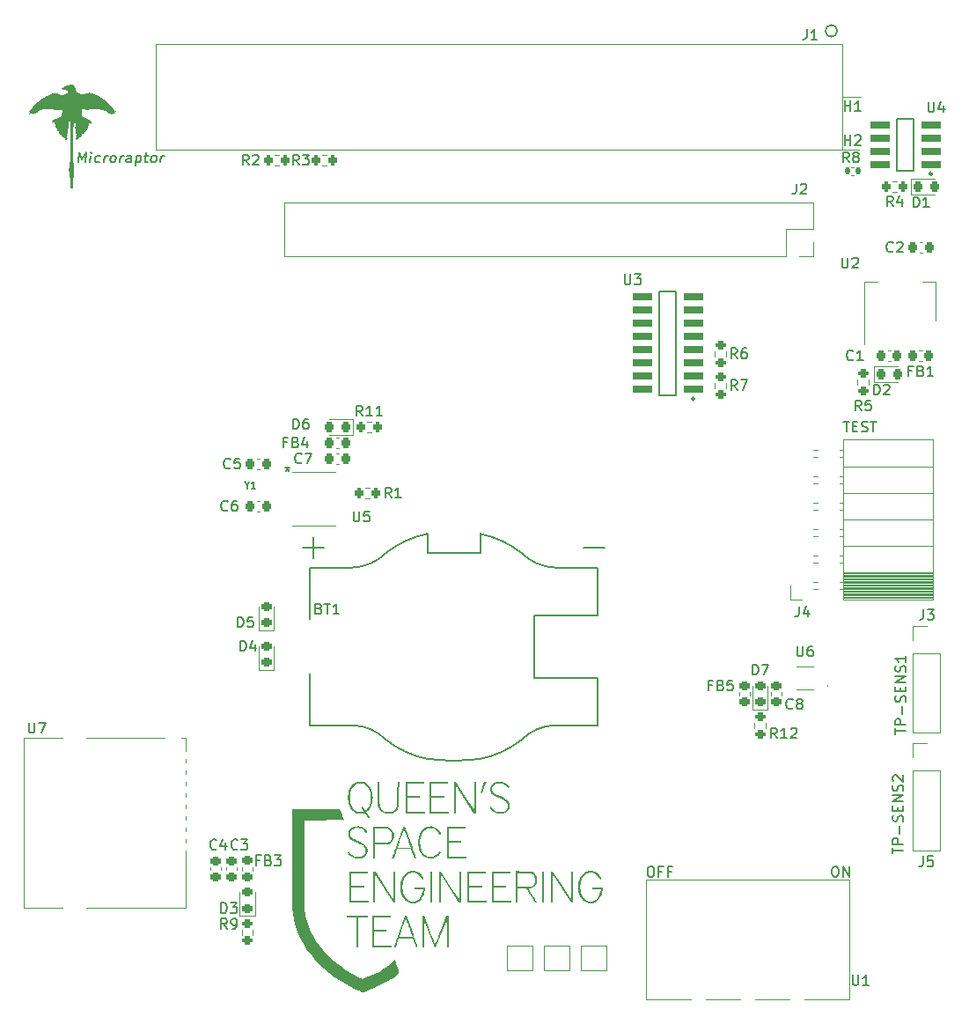
<source format=gto>
G04 #@! TF.GenerationSoftware,KiCad,Pcbnew,(6.0.7-1)-1*
G04 #@! TF.CreationDate,2023-01-01T23:11:57-05:00*
G04 #@! TF.ProjectId,obc-db,6f62632d-6462-42e6-9b69-6361645f7063,rev?*
G04 #@! TF.SameCoordinates,Original*
G04 #@! TF.FileFunction,Legend,Top*
G04 #@! TF.FilePolarity,Positive*
%FSLAX46Y46*%
G04 Gerber Fmt 4.6, Leading zero omitted, Abs format (unit mm)*
G04 Created by KiCad (PCBNEW (6.0.7-1)-1) date 2023-01-01 23:11:57*
%MOMM*%
%LPD*%
G01*
G04 APERTURE LIST*
G04 Aperture macros list*
%AMRoundRect*
0 Rectangle with rounded corners*
0 $1 Rounding radius*
0 $2 $3 $4 $5 $6 $7 $8 $9 X,Y pos of 4 corners*
0 Add a 4 corners polygon primitive as box body*
4,1,4,$2,$3,$4,$5,$6,$7,$8,$9,$2,$3,0*
0 Add four circle primitives for the rounded corners*
1,1,$1+$1,$2,$3*
1,1,$1+$1,$4,$5*
1,1,$1+$1,$6,$7*
1,1,$1+$1,$8,$9*
0 Add four rect primitives between the rounded corners*
20,1,$1+$1,$2,$3,$4,$5,0*
20,1,$1+$1,$4,$5,$6,$7,0*
20,1,$1+$1,$6,$7,$8,$9,0*
20,1,$1+$1,$8,$9,$2,$3,0*%
G04 Aperture macros list end*
%ADD10C,0.150000*%
%ADD11C,0.120000*%
%ADD12C,0.127000*%
%ADD13C,0.249999*%
%ADD14RoundRect,0.218750X0.256250X-0.218750X0.256250X0.218750X-0.256250X0.218750X-0.256250X-0.218750X0*%
%ADD15RoundRect,0.135000X0.135000X0.185000X-0.135000X0.185000X-0.135000X-0.185000X0.135000X-0.185000X0*%
%ADD16C,6.400000*%
%ADD17C,3.600000*%
%ADD18R,1.500000X2.000000*%
%ADD19R,3.800000X2.000000*%
%ADD20RoundRect,0.200000X-0.275000X0.200000X-0.275000X-0.200000X0.275000X-0.200000X0.275000X0.200000X0*%
%ADD21R,2.000000X2.000000*%
%ADD22RoundRect,0.200000X0.200000X0.275000X-0.200000X0.275000X-0.200000X-0.275000X0.200000X-0.275000X0*%
%ADD23RoundRect,0.225000X0.225000X0.250000X-0.225000X0.250000X-0.225000X-0.250000X0.225000X-0.250000X0*%
%ADD24RoundRect,0.225000X-0.225000X-0.250000X0.225000X-0.250000X0.225000X0.250000X-0.225000X0.250000X0*%
%ADD25C,2.600000*%
%ADD26C,4.400000*%
%ADD27R,3.050000X4.570000*%
%ADD28R,1.700000X1.700000*%
%ADD29O,1.700000X1.700000*%
%ADD30C,2.159000*%
%ADD31R,0.812800X0.254000*%
%ADD32R,1.752600X1.549400*%
%ADD33RoundRect,0.225000X-0.250000X0.225000X-0.250000X-0.225000X0.250000X-0.225000X0.250000X0.225000X0*%
%ADD34RoundRect,0.350001X0.899999X0.000001X0.899999X-0.000001X-0.899999X-0.000001X-0.899999X0.000001X0*%
%ADD35R,1.981200X0.558800*%
%ADD36R,1.900000X0.700000*%
%ADD37R,1.600000X1.200000*%
%ADD38R,2.200000X1.200000*%
%ADD39R,1.400000X1.600000*%
%ADD40RoundRect,0.218750X-0.218750X-0.256250X0.218750X-0.256250X0.218750X0.256250X-0.218750X0.256250X0*%
%ADD41RoundRect,0.218750X0.218750X0.256250X-0.218750X0.256250X-0.218750X-0.256250X0.218750X-0.256250X0*%
%ADD42R,1.524000X1.524000*%
%ADD43C,1.524000*%
%ADD44RoundRect,0.200000X-0.200000X-0.275000X0.200000X-0.275000X0.200000X0.275000X-0.200000X0.275000X0*%
%ADD45R,1.200000X0.600000*%
G04 APERTURE END LIST*
D10*
X187511961Y-49530000D02*
G75*
G03*
X187511961Y-49530000I-567961J0D01*
G01*
X187213952Y-129881380D02*
X187404428Y-129881380D01*
X187499666Y-129929000D01*
X187594904Y-130024238D01*
X187642523Y-130214714D01*
X187642523Y-130548047D01*
X187594904Y-130738523D01*
X187499666Y-130833761D01*
X187404428Y-130881380D01*
X187213952Y-130881380D01*
X187118714Y-130833761D01*
X187023476Y-130738523D01*
X186975857Y-130548047D01*
X186975857Y-130214714D01*
X187023476Y-130024238D01*
X187118714Y-129929000D01*
X187213952Y-129881380D01*
X188071095Y-130881380D02*
X188071095Y-129881380D01*
X188642523Y-130881380D01*
X188642523Y-129881380D01*
X169481619Y-129881380D02*
X169672095Y-129881380D01*
X169767333Y-129929000D01*
X169862571Y-130024238D01*
X169910190Y-130214714D01*
X169910190Y-130548047D01*
X169862571Y-130738523D01*
X169767333Y-130833761D01*
X169672095Y-130881380D01*
X169481619Y-130881380D01*
X169386380Y-130833761D01*
X169291142Y-130738523D01*
X169243523Y-130548047D01*
X169243523Y-130214714D01*
X169291142Y-130024238D01*
X169386380Y-129929000D01*
X169481619Y-129881380D01*
X170672095Y-130357571D02*
X170338761Y-130357571D01*
X170338761Y-130881380D02*
X170338761Y-129881380D01*
X170814952Y-129881380D01*
X171529238Y-130357571D02*
X171195904Y-130357571D01*
X171195904Y-130881380D02*
X171195904Y-129881380D01*
X171672095Y-129881380D01*
X114499517Y-62174380D02*
X114624517Y-61174380D01*
X114868565Y-61888666D01*
X115291184Y-61174380D01*
X115166184Y-62174380D01*
X115642375Y-62174380D02*
X115725708Y-61507714D01*
X115767375Y-61174380D02*
X115713803Y-61222000D01*
X115755470Y-61269619D01*
X115809041Y-61222000D01*
X115767375Y-61174380D01*
X115755470Y-61269619D01*
X116553089Y-62126761D02*
X116451898Y-62174380D01*
X116261422Y-62174380D01*
X116172136Y-62126761D01*
X116130470Y-62079142D01*
X116094755Y-61983904D01*
X116130470Y-61698190D01*
X116189994Y-61602952D01*
X116243565Y-61555333D01*
X116344755Y-61507714D01*
X116535232Y-61507714D01*
X116624517Y-61555333D01*
X116975708Y-62174380D02*
X117059041Y-61507714D01*
X117035232Y-61698190D02*
X117094755Y-61602952D01*
X117148327Y-61555333D01*
X117249517Y-61507714D01*
X117344755Y-61507714D01*
X117737613Y-62174380D02*
X117648327Y-62126761D01*
X117606660Y-62079142D01*
X117570946Y-61983904D01*
X117606660Y-61698190D01*
X117666184Y-61602952D01*
X117719755Y-61555333D01*
X117820946Y-61507714D01*
X117963803Y-61507714D01*
X118053089Y-61555333D01*
X118094755Y-61602952D01*
X118130470Y-61698190D01*
X118094755Y-61983904D01*
X118035232Y-62079142D01*
X117981660Y-62126761D01*
X117880470Y-62174380D01*
X117737613Y-62174380D01*
X118499517Y-62174380D02*
X118582851Y-61507714D01*
X118559041Y-61698190D02*
X118618565Y-61602952D01*
X118672136Y-61555333D01*
X118773327Y-61507714D01*
X118868565Y-61507714D01*
X119547136Y-62174380D02*
X119612613Y-61650571D01*
X119576898Y-61555333D01*
X119487613Y-61507714D01*
X119297136Y-61507714D01*
X119195946Y-61555333D01*
X119553089Y-62126761D02*
X119451898Y-62174380D01*
X119213803Y-62174380D01*
X119124517Y-62126761D01*
X119088803Y-62031523D01*
X119100708Y-61936285D01*
X119160232Y-61841047D01*
X119261422Y-61793428D01*
X119499517Y-61793428D01*
X119600708Y-61745809D01*
X120106660Y-61507714D02*
X119981660Y-62507714D01*
X120100708Y-61555333D02*
X120201898Y-61507714D01*
X120392375Y-61507714D01*
X120481660Y-61555333D01*
X120523327Y-61602952D01*
X120559041Y-61698190D01*
X120523327Y-61983904D01*
X120463803Y-62079142D01*
X120410232Y-62126761D01*
X120309041Y-62174380D01*
X120118565Y-62174380D01*
X120029279Y-62126761D01*
X120868565Y-61507714D02*
X121249517Y-61507714D01*
X121053089Y-61174380D02*
X120945946Y-62031523D01*
X120981660Y-62126761D01*
X121070946Y-62174380D01*
X121166184Y-62174380D01*
X121642375Y-62174380D02*
X121553089Y-62126761D01*
X121511422Y-62079142D01*
X121475708Y-61983904D01*
X121511422Y-61698190D01*
X121570946Y-61602952D01*
X121624517Y-61555333D01*
X121725708Y-61507714D01*
X121868565Y-61507714D01*
X121957851Y-61555333D01*
X121999517Y-61602952D01*
X122035232Y-61698190D01*
X121999517Y-61983904D01*
X121939994Y-62079142D01*
X121886422Y-62126761D01*
X121785232Y-62174380D01*
X121642375Y-62174380D01*
X122404279Y-62174380D02*
X122487613Y-61507714D01*
X122463803Y-61698190D02*
X122523327Y-61602952D01*
X122576898Y-61555333D01*
X122678089Y-61507714D01*
X122773327Y-61507714D01*
X188091961Y-87082380D02*
X188663390Y-87082380D01*
X188377676Y-88082380D02*
X188377676Y-87082380D01*
X188996723Y-87558571D02*
X189330057Y-87558571D01*
X189472914Y-88082380D02*
X188996723Y-88082380D01*
X188996723Y-87082380D01*
X189472914Y-87082380D01*
X189853866Y-88034761D02*
X189996723Y-88082380D01*
X190234819Y-88082380D01*
X190330057Y-88034761D01*
X190377676Y-87987142D01*
X190425295Y-87891904D01*
X190425295Y-87796666D01*
X190377676Y-87701428D01*
X190330057Y-87653809D01*
X190234819Y-87606190D01*
X190044342Y-87558571D01*
X189949104Y-87510952D01*
X189901485Y-87463333D01*
X189853866Y-87368095D01*
X189853866Y-87272857D01*
X189901485Y-87177619D01*
X189949104Y-87130000D01*
X190044342Y-87082380D01*
X190282438Y-87082380D01*
X190425295Y-87130000D01*
X190711009Y-87082380D02*
X191282438Y-87082380D01*
X190996723Y-88082380D02*
X190996723Y-87082380D01*
X192847980Y-128625123D02*
X192847980Y-128053695D01*
X193847980Y-128339409D02*
X192847980Y-128339409D01*
X193847980Y-127720361D02*
X192847980Y-127720361D01*
X192847980Y-127339409D01*
X192895600Y-127244171D01*
X192943219Y-127196552D01*
X193038457Y-127148933D01*
X193181314Y-127148933D01*
X193276552Y-127196552D01*
X193324171Y-127244171D01*
X193371790Y-127339409D01*
X193371790Y-127720361D01*
X193467028Y-126720361D02*
X193467028Y-125958457D01*
X193800361Y-125529885D02*
X193847980Y-125387028D01*
X193847980Y-125148933D01*
X193800361Y-125053695D01*
X193752742Y-125006076D01*
X193657504Y-124958457D01*
X193562266Y-124958457D01*
X193467028Y-125006076D01*
X193419409Y-125053695D01*
X193371790Y-125148933D01*
X193324171Y-125339409D01*
X193276552Y-125434647D01*
X193228933Y-125482266D01*
X193133695Y-125529885D01*
X193038457Y-125529885D01*
X192943219Y-125482266D01*
X192895600Y-125434647D01*
X192847980Y-125339409D01*
X192847980Y-125101314D01*
X192895600Y-124958457D01*
X193324171Y-124529885D02*
X193324171Y-124196552D01*
X193847980Y-124053695D02*
X193847980Y-124529885D01*
X192847980Y-124529885D01*
X192847980Y-124053695D01*
X193847980Y-123625123D02*
X192847980Y-123625123D01*
X193847980Y-123053695D01*
X192847980Y-123053695D01*
X193800361Y-122625123D02*
X193847980Y-122482266D01*
X193847980Y-122244171D01*
X193800361Y-122148933D01*
X193752742Y-122101314D01*
X193657504Y-122053695D01*
X193562266Y-122053695D01*
X193467028Y-122101314D01*
X193419409Y-122148933D01*
X193371790Y-122244171D01*
X193324171Y-122434647D01*
X193276552Y-122529885D01*
X193228933Y-122577504D01*
X193133695Y-122625123D01*
X193038457Y-122625123D01*
X192943219Y-122577504D01*
X192895600Y-122529885D01*
X192847980Y-122434647D01*
X192847980Y-122196552D01*
X192895600Y-122053695D01*
X192943219Y-121672742D02*
X192895600Y-121625123D01*
X192847980Y-121529885D01*
X192847980Y-121291790D01*
X192895600Y-121196552D01*
X192943219Y-121148933D01*
X193038457Y-121101314D01*
X193133695Y-121101314D01*
X193276552Y-121148933D01*
X193847980Y-121720361D01*
X193847980Y-121101314D01*
X193101980Y-117144323D02*
X193101980Y-116572895D01*
X194101980Y-116858609D02*
X193101980Y-116858609D01*
X194101980Y-116239561D02*
X193101980Y-116239561D01*
X193101980Y-115858609D01*
X193149600Y-115763371D01*
X193197219Y-115715752D01*
X193292457Y-115668133D01*
X193435314Y-115668133D01*
X193530552Y-115715752D01*
X193578171Y-115763371D01*
X193625790Y-115858609D01*
X193625790Y-116239561D01*
X193721028Y-115239561D02*
X193721028Y-114477657D01*
X194054361Y-114049085D02*
X194101980Y-113906228D01*
X194101980Y-113668133D01*
X194054361Y-113572895D01*
X194006742Y-113525276D01*
X193911504Y-113477657D01*
X193816266Y-113477657D01*
X193721028Y-113525276D01*
X193673409Y-113572895D01*
X193625790Y-113668133D01*
X193578171Y-113858609D01*
X193530552Y-113953847D01*
X193482933Y-114001466D01*
X193387695Y-114049085D01*
X193292457Y-114049085D01*
X193197219Y-114001466D01*
X193149600Y-113953847D01*
X193101980Y-113858609D01*
X193101980Y-113620514D01*
X193149600Y-113477657D01*
X193578171Y-113049085D02*
X193578171Y-112715752D01*
X194101980Y-112572895D02*
X194101980Y-113049085D01*
X193101980Y-113049085D01*
X193101980Y-112572895D01*
X194101980Y-112144323D02*
X193101980Y-112144323D01*
X194101980Y-111572895D01*
X193101980Y-111572895D01*
X194054361Y-111144323D02*
X194101980Y-111001466D01*
X194101980Y-110763371D01*
X194054361Y-110668133D01*
X194006742Y-110620514D01*
X193911504Y-110572895D01*
X193816266Y-110572895D01*
X193721028Y-110620514D01*
X193673409Y-110668133D01*
X193625790Y-110763371D01*
X193578171Y-110953847D01*
X193530552Y-111049085D01*
X193482933Y-111096704D01*
X193387695Y-111144323D01*
X193292457Y-111144323D01*
X193197219Y-111096704D01*
X193149600Y-111049085D01*
X193101980Y-110953847D01*
X193101980Y-110715752D01*
X193149600Y-110572895D01*
X194101980Y-109620514D02*
X194101980Y-110191942D01*
X194101980Y-109906228D02*
X193101980Y-109906228D01*
X193244838Y-110001466D01*
X193340076Y-110096704D01*
X193387695Y-110191942D01*
X128233904Y-134364380D02*
X128233904Y-133364380D01*
X128472000Y-133364380D01*
X128614857Y-133412000D01*
X128710095Y-133507238D01*
X128757714Y-133602476D01*
X128805333Y-133792952D01*
X128805333Y-133935809D01*
X128757714Y-134126285D01*
X128710095Y-134221523D01*
X128614857Y-134316761D01*
X128472000Y-134364380D01*
X128233904Y-134364380D01*
X129138666Y-133364380D02*
X129757714Y-133364380D01*
X129424380Y-133745333D01*
X129567238Y-133745333D01*
X129662476Y-133792952D01*
X129710095Y-133840571D01*
X129757714Y-133935809D01*
X129757714Y-134173904D01*
X129710095Y-134269142D01*
X129662476Y-134316761D01*
X129567238Y-134364380D01*
X129281523Y-134364380D01*
X129186285Y-134316761D01*
X129138666Y-134269142D01*
X188655692Y-62174380D02*
X188322359Y-61698190D01*
X188084263Y-62174380D02*
X188084263Y-61174380D01*
X188465216Y-61174380D01*
X188560454Y-61222000D01*
X188608073Y-61269619D01*
X188655692Y-61364857D01*
X188655692Y-61507714D01*
X188608073Y-61602952D01*
X188560454Y-61650571D01*
X188465216Y-61698190D01*
X188084263Y-61698190D01*
X189227120Y-61602952D02*
X189131882Y-61555333D01*
X189084263Y-61507714D01*
X189036644Y-61412476D01*
X189036644Y-61364857D01*
X189084263Y-61269619D01*
X189131882Y-61222000D01*
X189227120Y-61174380D01*
X189417597Y-61174380D01*
X189512835Y-61222000D01*
X189560454Y-61269619D01*
X189608073Y-61364857D01*
X189608073Y-61412476D01*
X189560454Y-61507714D01*
X189512835Y-61555333D01*
X189417597Y-61602952D01*
X189227120Y-61602952D01*
X189131882Y-61650571D01*
X189084263Y-61698190D01*
X189036644Y-61793428D01*
X189036644Y-61983904D01*
X189084263Y-62079142D01*
X189131882Y-62126761D01*
X189227120Y-62174380D01*
X189417597Y-62174380D01*
X189512835Y-62126761D01*
X189560454Y-62079142D01*
X189608073Y-61983904D01*
X189608073Y-61793428D01*
X189560454Y-61698190D01*
X189512835Y-61650571D01*
X189417597Y-61602952D01*
X179347904Y-111450380D02*
X179347904Y-110450380D01*
X179586000Y-110450380D01*
X179728857Y-110498000D01*
X179824095Y-110593238D01*
X179871714Y-110688476D01*
X179919333Y-110878952D01*
X179919333Y-111021809D01*
X179871714Y-111212285D01*
X179824095Y-111307523D01*
X179728857Y-111402761D01*
X179586000Y-111450380D01*
X179347904Y-111450380D01*
X180252666Y-110450380D02*
X180919333Y-110450380D01*
X180490761Y-111450380D01*
X187960095Y-71334380D02*
X187960095Y-72143904D01*
X188007714Y-72239142D01*
X188055333Y-72286761D01*
X188150571Y-72334380D01*
X188341047Y-72334380D01*
X188436285Y-72286761D01*
X188483904Y-72239142D01*
X188531523Y-72143904D01*
X188531523Y-71334380D01*
X188960095Y-71429619D02*
X189007714Y-71382000D01*
X189102952Y-71334380D01*
X189341047Y-71334380D01*
X189436285Y-71382000D01*
X189483904Y-71429619D01*
X189531523Y-71524857D01*
X189531523Y-71620095D01*
X189483904Y-71762952D01*
X188912476Y-72334380D01*
X189531523Y-72334380D01*
X189825333Y-86050380D02*
X189492000Y-85574190D01*
X189253904Y-86050380D02*
X189253904Y-85050380D01*
X189634857Y-85050380D01*
X189730095Y-85098000D01*
X189777714Y-85145619D01*
X189825333Y-85240857D01*
X189825333Y-85383714D01*
X189777714Y-85478952D01*
X189730095Y-85526571D01*
X189634857Y-85574190D01*
X189253904Y-85574190D01*
X190730095Y-85050380D02*
X190253904Y-85050380D01*
X190206285Y-85526571D01*
X190253904Y-85478952D01*
X190349142Y-85431333D01*
X190587238Y-85431333D01*
X190682476Y-85478952D01*
X190730095Y-85526571D01*
X190777714Y-85621809D01*
X190777714Y-85859904D01*
X190730095Y-85955142D01*
X190682476Y-86002761D01*
X190587238Y-86050380D01*
X190349142Y-86050380D01*
X190253904Y-86002761D01*
X190206285Y-85955142D01*
X192873333Y-66398380D02*
X192540000Y-65922190D01*
X192301904Y-66398380D02*
X192301904Y-65398380D01*
X192682857Y-65398380D01*
X192778095Y-65446000D01*
X192825714Y-65493619D01*
X192873333Y-65588857D01*
X192873333Y-65731714D01*
X192825714Y-65826952D01*
X192778095Y-65874571D01*
X192682857Y-65922190D01*
X192301904Y-65922190D01*
X193730476Y-65731714D02*
X193730476Y-66398380D01*
X193492380Y-65350761D02*
X193254285Y-66065047D01*
X193873333Y-66065047D01*
X192873333Y-70715142D02*
X192825714Y-70762761D01*
X192682857Y-70810380D01*
X192587619Y-70810380D01*
X192444761Y-70762761D01*
X192349523Y-70667523D01*
X192301904Y-70572285D01*
X192254285Y-70381809D01*
X192254285Y-70238952D01*
X192301904Y-70048476D01*
X192349523Y-69953238D01*
X192444761Y-69858000D01*
X192587619Y-69810380D01*
X192682857Y-69810380D01*
X192825714Y-69858000D01*
X192873333Y-69905619D01*
X193254285Y-69905619D02*
X193301904Y-69858000D01*
X193397142Y-69810380D01*
X193635238Y-69810380D01*
X193730476Y-69858000D01*
X193778095Y-69905619D01*
X193825714Y-70000857D01*
X193825714Y-70096095D01*
X193778095Y-70238952D01*
X193206666Y-70810380D01*
X193825714Y-70810380D01*
X135723333Y-62428380D02*
X135390000Y-61952190D01*
X135151904Y-62428380D02*
X135151904Y-61428380D01*
X135532857Y-61428380D01*
X135628095Y-61476000D01*
X135675714Y-61523619D01*
X135723333Y-61618857D01*
X135723333Y-61761714D01*
X135675714Y-61856952D01*
X135628095Y-61904571D01*
X135532857Y-61952190D01*
X135151904Y-61952190D01*
X136056666Y-61428380D02*
X136675714Y-61428380D01*
X136342380Y-61809333D01*
X136485238Y-61809333D01*
X136580476Y-61856952D01*
X136628095Y-61904571D01*
X136675714Y-61999809D01*
X136675714Y-62237904D01*
X136628095Y-62333142D01*
X136580476Y-62380761D01*
X136485238Y-62428380D01*
X136199523Y-62428380D01*
X136104285Y-62380761D01*
X136056666Y-62333142D01*
X128865333Y-95607142D02*
X128817714Y-95654761D01*
X128674857Y-95702380D01*
X128579619Y-95702380D01*
X128436761Y-95654761D01*
X128341523Y-95559523D01*
X128293904Y-95464285D01*
X128246285Y-95273809D01*
X128246285Y-95130952D01*
X128293904Y-94940476D01*
X128341523Y-94845238D01*
X128436761Y-94750000D01*
X128579619Y-94702380D01*
X128674857Y-94702380D01*
X128817714Y-94750000D01*
X128865333Y-94797619D01*
X129722476Y-94702380D02*
X129532000Y-94702380D01*
X129436761Y-94750000D01*
X129389142Y-94797619D01*
X129293904Y-94940476D01*
X129246285Y-95130952D01*
X129246285Y-95511904D01*
X129293904Y-95607142D01*
X129341523Y-95654761D01*
X129436761Y-95702380D01*
X129627238Y-95702380D01*
X129722476Y-95654761D01*
X129770095Y-95607142D01*
X129817714Y-95511904D01*
X129817714Y-95273809D01*
X129770095Y-95178571D01*
X129722476Y-95130952D01*
X129627238Y-95083333D01*
X129436761Y-95083333D01*
X129341523Y-95130952D01*
X129293904Y-95178571D01*
X129246285Y-95273809D01*
X137644285Y-105084571D02*
X137787142Y-105132190D01*
X137834761Y-105179809D01*
X137882380Y-105275047D01*
X137882380Y-105417904D01*
X137834761Y-105513142D01*
X137787142Y-105560761D01*
X137691904Y-105608380D01*
X137310952Y-105608380D01*
X137310952Y-104608380D01*
X137644285Y-104608380D01*
X137739523Y-104656000D01*
X137787142Y-104703619D01*
X137834761Y-104798857D01*
X137834761Y-104894095D01*
X137787142Y-104989333D01*
X137739523Y-105036952D01*
X137644285Y-105084571D01*
X137310952Y-105084571D01*
X138168095Y-104608380D02*
X138739523Y-104608380D01*
X138453809Y-105608380D02*
X138453809Y-104608380D01*
X139596666Y-105608380D02*
X139025238Y-105608380D01*
X139310952Y-105608380D02*
X139310952Y-104608380D01*
X139215714Y-104751238D01*
X139120476Y-104846476D01*
X139025238Y-104894095D01*
X195805466Y-105167180D02*
X195805466Y-105881466D01*
X195757847Y-106024323D01*
X195662609Y-106119561D01*
X195519752Y-106167180D01*
X195424514Y-106167180D01*
X196186419Y-105167180D02*
X196805466Y-105167180D01*
X196472133Y-105548133D01*
X196614990Y-105548133D01*
X196710228Y-105595752D01*
X196757847Y-105643371D01*
X196805466Y-105738609D01*
X196805466Y-105976704D01*
X196757847Y-106071942D01*
X196710228Y-106119561D01*
X196614990Y-106167180D01*
X196329276Y-106167180D01*
X196234038Y-106119561D01*
X196186419Y-106071942D01*
X188976095Y-140295380D02*
X188976095Y-141104904D01*
X189023714Y-141200142D01*
X189071333Y-141247761D01*
X189166571Y-141295380D01*
X189357047Y-141295380D01*
X189452285Y-141247761D01*
X189499904Y-141200142D01*
X189547523Y-141104904D01*
X189547523Y-140295380D01*
X190547523Y-141295380D02*
X189976095Y-141295380D01*
X190261809Y-141295380D02*
X190261809Y-140295380D01*
X190166571Y-140438238D01*
X190071333Y-140533476D01*
X189976095Y-140581095D01*
X183642095Y-108672380D02*
X183642095Y-109481904D01*
X183689714Y-109577142D01*
X183737333Y-109624761D01*
X183832571Y-109672380D01*
X184023047Y-109672380D01*
X184118285Y-109624761D01*
X184165904Y-109577142D01*
X184213523Y-109481904D01*
X184213523Y-108672380D01*
X185118285Y-108672380D02*
X184927809Y-108672380D01*
X184832571Y-108720000D01*
X184784952Y-108767619D01*
X184689714Y-108910476D01*
X184642095Y-109100952D01*
X184642095Y-109481904D01*
X184689714Y-109577142D01*
X184737333Y-109624761D01*
X184832571Y-109672380D01*
X185023047Y-109672380D01*
X185118285Y-109624761D01*
X185165904Y-109577142D01*
X185213523Y-109481904D01*
X185213523Y-109243809D01*
X185165904Y-109148571D01*
X185118285Y-109100952D01*
X185023047Y-109053333D01*
X184832571Y-109053333D01*
X184737333Y-109100952D01*
X184689714Y-109148571D01*
X184642095Y-109243809D01*
X144613333Y-94432380D02*
X144280000Y-93956190D01*
X144041904Y-94432380D02*
X144041904Y-93432380D01*
X144422857Y-93432380D01*
X144518095Y-93480000D01*
X144565714Y-93527619D01*
X144613333Y-93622857D01*
X144613333Y-93765714D01*
X144565714Y-93860952D01*
X144518095Y-93908571D01*
X144422857Y-93956190D01*
X144041904Y-93956190D01*
X145565714Y-94432380D02*
X144994285Y-94432380D01*
X145280000Y-94432380D02*
X145280000Y-93432380D01*
X145184761Y-93575238D01*
X145089523Y-93670476D01*
X144994285Y-93718095D01*
X129821333Y-128173142D02*
X129773714Y-128220761D01*
X129630857Y-128268380D01*
X129535619Y-128268380D01*
X129392761Y-128220761D01*
X129297523Y-128125523D01*
X129249904Y-128030285D01*
X129202285Y-127839809D01*
X129202285Y-127696952D01*
X129249904Y-127506476D01*
X129297523Y-127411238D01*
X129392761Y-127316000D01*
X129535619Y-127268380D01*
X129630857Y-127268380D01*
X129773714Y-127316000D01*
X129821333Y-127363619D01*
X130154666Y-127268380D02*
X130773714Y-127268380D01*
X130440380Y-127649333D01*
X130583238Y-127649333D01*
X130678476Y-127696952D01*
X130726095Y-127744571D01*
X130773714Y-127839809D01*
X130773714Y-128077904D01*
X130726095Y-128173142D01*
X130678476Y-128220761D01*
X130583238Y-128268380D01*
X130297523Y-128268380D01*
X130202285Y-128220761D01*
X130154666Y-128173142D01*
X177887333Y-81033380D02*
X177554000Y-80557190D01*
X177315904Y-81033380D02*
X177315904Y-80033380D01*
X177696857Y-80033380D01*
X177792095Y-80081000D01*
X177839714Y-80128619D01*
X177887333Y-80223857D01*
X177887333Y-80366714D01*
X177839714Y-80461952D01*
X177792095Y-80509571D01*
X177696857Y-80557190D01*
X177315904Y-80557190D01*
X178744476Y-80033380D02*
X178554000Y-80033380D01*
X178458761Y-80081000D01*
X178411142Y-80128619D01*
X178315904Y-80271476D01*
X178268285Y-80461952D01*
X178268285Y-80842904D01*
X178315904Y-80938142D01*
X178363523Y-80985761D01*
X178458761Y-81033380D01*
X178649238Y-81033380D01*
X178744476Y-80985761D01*
X178792095Y-80938142D01*
X178839714Y-80842904D01*
X178839714Y-80604809D01*
X178792095Y-80509571D01*
X178744476Y-80461952D01*
X178649238Y-80414333D01*
X178458761Y-80414333D01*
X178363523Y-80461952D01*
X178315904Y-80509571D01*
X178268285Y-80604809D01*
X183562666Y-64222380D02*
X183562666Y-64936666D01*
X183515047Y-65079523D01*
X183419809Y-65174761D01*
X183276952Y-65222380D01*
X183181714Y-65222380D01*
X183991238Y-64317619D02*
X184038857Y-64270000D01*
X184134095Y-64222380D01*
X184372190Y-64222380D01*
X184467428Y-64270000D01*
X184515047Y-64317619D01*
X184562666Y-64412857D01*
X184562666Y-64508095D01*
X184515047Y-64650952D01*
X183943619Y-65222380D01*
X184562666Y-65222380D01*
X127789333Y-128173142D02*
X127741714Y-128220761D01*
X127598857Y-128268380D01*
X127503619Y-128268380D01*
X127360761Y-128220761D01*
X127265523Y-128125523D01*
X127217904Y-128030285D01*
X127170285Y-127839809D01*
X127170285Y-127696952D01*
X127217904Y-127506476D01*
X127265523Y-127411238D01*
X127360761Y-127316000D01*
X127503619Y-127268380D01*
X127598857Y-127268380D01*
X127741714Y-127316000D01*
X127789333Y-127363619D01*
X128646476Y-127601714D02*
X128646476Y-128268380D01*
X128408380Y-127220761D02*
X128170285Y-127935047D01*
X128789333Y-127935047D01*
X129119333Y-91543142D02*
X129071714Y-91590761D01*
X128928857Y-91638380D01*
X128833619Y-91638380D01*
X128690761Y-91590761D01*
X128595523Y-91495523D01*
X128547904Y-91400285D01*
X128500285Y-91209809D01*
X128500285Y-91066952D01*
X128547904Y-90876476D01*
X128595523Y-90781238D01*
X128690761Y-90686000D01*
X128833619Y-90638380D01*
X128928857Y-90638380D01*
X129071714Y-90686000D01*
X129119333Y-90733619D01*
X130024095Y-90638380D02*
X129547904Y-90638380D01*
X129500285Y-91114571D01*
X129547904Y-91066952D01*
X129643142Y-91019333D01*
X129881238Y-91019333D01*
X129976476Y-91066952D01*
X130024095Y-91114571D01*
X130071714Y-91209809D01*
X130071714Y-91447904D01*
X130024095Y-91543142D01*
X129976476Y-91590761D01*
X129881238Y-91638380D01*
X129643142Y-91638380D01*
X129547904Y-91590761D01*
X129500285Y-91543142D01*
X196260595Y-56348380D02*
X196260595Y-57157904D01*
X196308214Y-57253142D01*
X196355833Y-57300761D01*
X196451071Y-57348380D01*
X196641547Y-57348380D01*
X196736785Y-57300761D01*
X196784404Y-57253142D01*
X196832023Y-57157904D01*
X196832023Y-56348380D01*
X197736785Y-56681714D02*
X197736785Y-57348380D01*
X197498690Y-56300761D02*
X197260595Y-57015047D01*
X197879642Y-57015047D01*
X130071904Y-109164380D02*
X130071904Y-108164380D01*
X130310000Y-108164380D01*
X130452857Y-108212000D01*
X130548095Y-108307238D01*
X130595714Y-108402476D01*
X130643333Y-108592952D01*
X130643333Y-108735809D01*
X130595714Y-108926285D01*
X130548095Y-109021523D01*
X130452857Y-109116761D01*
X130310000Y-109164380D01*
X130071904Y-109164380D01*
X131500476Y-108497714D02*
X131500476Y-109164380D01*
X131262380Y-108116761D02*
X131024285Y-108831047D01*
X131643333Y-108831047D01*
X140970095Y-95718380D02*
X140970095Y-96527904D01*
X141017714Y-96623142D01*
X141065333Y-96670761D01*
X141160571Y-96718380D01*
X141351047Y-96718380D01*
X141446285Y-96670761D01*
X141493904Y-96623142D01*
X141541523Y-96527904D01*
X141541523Y-95718380D01*
X142493904Y-95718380D02*
X142017714Y-95718380D01*
X141970095Y-96194571D01*
X142017714Y-96146952D01*
X142112952Y-96099333D01*
X142351047Y-96099333D01*
X142446285Y-96146952D01*
X142493904Y-96194571D01*
X142541523Y-96289809D01*
X142541523Y-96527904D01*
X142493904Y-96623142D01*
X142446285Y-96670761D01*
X142351047Y-96718380D01*
X142112952Y-96718380D01*
X142017714Y-96670761D01*
X141970095Y-96623142D01*
X134620000Y-91400380D02*
X134620000Y-91638476D01*
X134381904Y-91543238D02*
X134620000Y-91638476D01*
X134858095Y-91543238D01*
X134477142Y-91828952D02*
X134620000Y-91638476D01*
X134762857Y-91828952D01*
X183816666Y-104862380D02*
X183816666Y-105576666D01*
X183769047Y-105719523D01*
X183673809Y-105814761D01*
X183530952Y-105862380D01*
X183435714Y-105862380D01*
X184721428Y-105195714D02*
X184721428Y-105862380D01*
X184483333Y-104814761D02*
X184245238Y-105529047D01*
X184864285Y-105529047D01*
X131948666Y-129268571D02*
X131615333Y-129268571D01*
X131615333Y-129792380D02*
X131615333Y-128792380D01*
X132091523Y-128792380D01*
X132805809Y-129268571D02*
X132948666Y-129316190D01*
X132996285Y-129363809D01*
X133043904Y-129459047D01*
X133043904Y-129601904D01*
X132996285Y-129697142D01*
X132948666Y-129744761D01*
X132853428Y-129792380D01*
X132472476Y-129792380D01*
X132472476Y-128792380D01*
X132805809Y-128792380D01*
X132901047Y-128840000D01*
X132948666Y-128887619D01*
X132996285Y-128982857D01*
X132996285Y-129078095D01*
X132948666Y-129173333D01*
X132901047Y-129220952D01*
X132805809Y-129268571D01*
X132472476Y-129268571D01*
X133377238Y-128792380D02*
X133996285Y-128792380D01*
X133662952Y-129173333D01*
X133805809Y-129173333D01*
X133901047Y-129220952D01*
X133948666Y-129268571D01*
X133996285Y-129363809D01*
X133996285Y-129601904D01*
X133948666Y-129697142D01*
X133901047Y-129744761D01*
X133805809Y-129792380D01*
X133520095Y-129792380D01*
X133424857Y-129744761D01*
X133377238Y-129697142D01*
X175442666Y-112450571D02*
X175109333Y-112450571D01*
X175109333Y-112974380D02*
X175109333Y-111974380D01*
X175585523Y-111974380D01*
X176299809Y-112450571D02*
X176442666Y-112498190D01*
X176490285Y-112545809D01*
X176537904Y-112641047D01*
X176537904Y-112783904D01*
X176490285Y-112879142D01*
X176442666Y-112926761D01*
X176347428Y-112974380D01*
X175966476Y-112974380D01*
X175966476Y-111974380D01*
X176299809Y-111974380D01*
X176395047Y-112022000D01*
X176442666Y-112069619D01*
X176490285Y-112164857D01*
X176490285Y-112260095D01*
X176442666Y-112355333D01*
X176395047Y-112402952D01*
X176299809Y-112450571D01*
X175966476Y-112450571D01*
X177442666Y-111974380D02*
X176966476Y-111974380D01*
X176918857Y-112450571D01*
X176966476Y-112402952D01*
X177061714Y-112355333D01*
X177299809Y-112355333D01*
X177395047Y-112402952D01*
X177442666Y-112450571D01*
X177490285Y-112545809D01*
X177490285Y-112783904D01*
X177442666Y-112879142D01*
X177395047Y-112926761D01*
X177299809Y-112974380D01*
X177061714Y-112974380D01*
X176966476Y-112926761D01*
X176918857Y-112879142D01*
X109728095Y-116038380D02*
X109728095Y-116847904D01*
X109775714Y-116943142D01*
X109823333Y-116990761D01*
X109918571Y-117038380D01*
X110109047Y-117038380D01*
X110204285Y-116990761D01*
X110251904Y-116943142D01*
X110299523Y-116847904D01*
X110299523Y-116038380D01*
X110680476Y-116038380D02*
X111347142Y-116038380D01*
X110918571Y-117038380D01*
X191031904Y-84526380D02*
X191031904Y-83526380D01*
X191270000Y-83526380D01*
X191412857Y-83574000D01*
X191508095Y-83669238D01*
X191555714Y-83764476D01*
X191603333Y-83954952D01*
X191603333Y-84097809D01*
X191555714Y-84288285D01*
X191508095Y-84383523D01*
X191412857Y-84478761D01*
X191270000Y-84526380D01*
X191031904Y-84526380D01*
X191984285Y-83621619D02*
X192031904Y-83574000D01*
X192127142Y-83526380D01*
X192365238Y-83526380D01*
X192460476Y-83574000D01*
X192508095Y-83621619D01*
X192555714Y-83716857D01*
X192555714Y-83812095D01*
X192508095Y-83954952D01*
X191936666Y-84526380D01*
X192555714Y-84526380D01*
X135151904Y-87828380D02*
X135151904Y-86828380D01*
X135390000Y-86828380D01*
X135532857Y-86876000D01*
X135628095Y-86971238D01*
X135675714Y-87066476D01*
X135723333Y-87256952D01*
X135723333Y-87399809D01*
X135675714Y-87590285D01*
X135628095Y-87685523D01*
X135532857Y-87780761D01*
X135390000Y-87828380D01*
X135151904Y-87828380D01*
X136580476Y-86828380D02*
X136390000Y-86828380D01*
X136294761Y-86876000D01*
X136247142Y-86923619D01*
X136151904Y-87066476D01*
X136104285Y-87256952D01*
X136104285Y-87637904D01*
X136151904Y-87733142D01*
X136199523Y-87780761D01*
X136294761Y-87828380D01*
X136485238Y-87828380D01*
X136580476Y-87780761D01*
X136628095Y-87733142D01*
X136675714Y-87637904D01*
X136675714Y-87399809D01*
X136628095Y-87304571D01*
X136580476Y-87256952D01*
X136485238Y-87209333D01*
X136294761Y-87209333D01*
X136199523Y-87256952D01*
X136151904Y-87304571D01*
X136104285Y-87399809D01*
X184578666Y-49363380D02*
X184578666Y-50077666D01*
X184531047Y-50220523D01*
X184435809Y-50315761D01*
X184292952Y-50363380D01*
X184197714Y-50363380D01*
X185578666Y-50363380D02*
X185007238Y-50363380D01*
X185292952Y-50363380D02*
X185292952Y-49363380D01*
X185197714Y-49506238D01*
X185102476Y-49601476D01*
X185007238Y-49649095D01*
X188214095Y-57221380D02*
X188214095Y-56221380D01*
X188214095Y-56697571D02*
X188785523Y-56697571D01*
X188785523Y-57221380D02*
X188785523Y-56221380D01*
X189785523Y-57221380D02*
X189214095Y-57221380D01*
X189499809Y-57221380D02*
X189499809Y-56221380D01*
X189404571Y-56364238D01*
X189309333Y-56459476D01*
X189214095Y-56507095D01*
X188214095Y-60523380D02*
X188214095Y-59523380D01*
X188214095Y-59999571D02*
X188785523Y-59999571D01*
X188785523Y-60523380D02*
X188785523Y-59523380D01*
X189214095Y-59618619D02*
X189261714Y-59571000D01*
X189356952Y-59523380D01*
X189595047Y-59523380D01*
X189690285Y-59571000D01*
X189737904Y-59618619D01*
X189785523Y-59713857D01*
X189785523Y-59809095D01*
X189737904Y-59951952D01*
X189166476Y-60523380D01*
X189785523Y-60523380D01*
X167050595Y-72921380D02*
X167050595Y-73730904D01*
X167098214Y-73826142D01*
X167145833Y-73873761D01*
X167241071Y-73921380D01*
X167431547Y-73921380D01*
X167526785Y-73873761D01*
X167574404Y-73826142D01*
X167622023Y-73730904D01*
X167622023Y-72921380D01*
X168002976Y-72921380D02*
X168622023Y-72921380D01*
X168288690Y-73302333D01*
X168431547Y-73302333D01*
X168526785Y-73349952D01*
X168574404Y-73397571D01*
X168622023Y-73492809D01*
X168622023Y-73730904D01*
X168574404Y-73826142D01*
X168526785Y-73873761D01*
X168431547Y-73921380D01*
X168145833Y-73921380D01*
X168050595Y-73873761D01*
X168002976Y-73826142D01*
X194695666Y-82224571D02*
X194362333Y-82224571D01*
X194362333Y-82748380D02*
X194362333Y-81748380D01*
X194838523Y-81748380D01*
X195552809Y-82224571D02*
X195695666Y-82272190D01*
X195743285Y-82319809D01*
X195790904Y-82415047D01*
X195790904Y-82557904D01*
X195743285Y-82653142D01*
X195695666Y-82700761D01*
X195600428Y-82748380D01*
X195219476Y-82748380D01*
X195219476Y-81748380D01*
X195552809Y-81748380D01*
X195648047Y-81796000D01*
X195695666Y-81843619D01*
X195743285Y-81938857D01*
X195743285Y-82034095D01*
X195695666Y-82129333D01*
X195648047Y-82176952D01*
X195552809Y-82224571D01*
X195219476Y-82224571D01*
X196743285Y-82748380D02*
X196171857Y-82748380D01*
X196457571Y-82748380D02*
X196457571Y-81748380D01*
X196362333Y-81891238D01*
X196267095Y-81986476D01*
X196171857Y-82034095D01*
X128805333Y-135888380D02*
X128472000Y-135412190D01*
X128233904Y-135888380D02*
X128233904Y-134888380D01*
X128614857Y-134888380D01*
X128710095Y-134936000D01*
X128757714Y-134983619D01*
X128805333Y-135078857D01*
X128805333Y-135221714D01*
X128757714Y-135316952D01*
X128710095Y-135364571D01*
X128614857Y-135412190D01*
X128233904Y-135412190D01*
X129281523Y-135888380D02*
X129472000Y-135888380D01*
X129567238Y-135840761D01*
X129614857Y-135793142D01*
X129710095Y-135650285D01*
X129757714Y-135459809D01*
X129757714Y-135078857D01*
X129710095Y-134983619D01*
X129662476Y-134936000D01*
X129567238Y-134888380D01*
X129376761Y-134888380D01*
X129281523Y-134936000D01*
X129233904Y-134983619D01*
X129186285Y-135078857D01*
X129186285Y-135316952D01*
X129233904Y-135412190D01*
X129281523Y-135459809D01*
X129376761Y-135507428D01*
X129567238Y-135507428D01*
X129662476Y-135459809D01*
X129710095Y-135412190D01*
X129757714Y-135316952D01*
X130897333Y-62428380D02*
X130564000Y-61952190D01*
X130325904Y-62428380D02*
X130325904Y-61428380D01*
X130706857Y-61428380D01*
X130802095Y-61476000D01*
X130849714Y-61523619D01*
X130897333Y-61618857D01*
X130897333Y-61761714D01*
X130849714Y-61856952D01*
X130802095Y-61904571D01*
X130706857Y-61952190D01*
X130325904Y-61952190D01*
X131278285Y-61523619D02*
X131325904Y-61476000D01*
X131421142Y-61428380D01*
X131659238Y-61428380D01*
X131754476Y-61476000D01*
X131802095Y-61523619D01*
X131849714Y-61618857D01*
X131849714Y-61714095D01*
X131802095Y-61856952D01*
X131230666Y-62428380D01*
X131849714Y-62428380D01*
X183221333Y-114657142D02*
X183173714Y-114704761D01*
X183030857Y-114752380D01*
X182935619Y-114752380D01*
X182792761Y-114704761D01*
X182697523Y-114609523D01*
X182649904Y-114514285D01*
X182602285Y-114323809D01*
X182602285Y-114180952D01*
X182649904Y-113990476D01*
X182697523Y-113895238D01*
X182792761Y-113800000D01*
X182935619Y-113752380D01*
X183030857Y-113752380D01*
X183173714Y-113800000D01*
X183221333Y-113847619D01*
X183792761Y-114180952D02*
X183697523Y-114133333D01*
X183649904Y-114085714D01*
X183602285Y-113990476D01*
X183602285Y-113942857D01*
X183649904Y-113847619D01*
X183697523Y-113800000D01*
X183792761Y-113752380D01*
X183983238Y-113752380D01*
X184078476Y-113800000D01*
X184126095Y-113847619D01*
X184173714Y-113942857D01*
X184173714Y-113990476D01*
X184126095Y-114085714D01*
X184078476Y-114133333D01*
X183983238Y-114180952D01*
X183792761Y-114180952D01*
X183697523Y-114228571D01*
X183649904Y-114276190D01*
X183602285Y-114371428D01*
X183602285Y-114561904D01*
X183649904Y-114657142D01*
X183697523Y-114704761D01*
X183792761Y-114752380D01*
X183983238Y-114752380D01*
X184078476Y-114704761D01*
X184126095Y-114657142D01*
X184173714Y-114561904D01*
X184173714Y-114371428D01*
X184126095Y-114276190D01*
X184078476Y-114228571D01*
X183983238Y-114180952D01*
X134548666Y-89082571D02*
X134215333Y-89082571D01*
X134215333Y-89606380D02*
X134215333Y-88606380D01*
X134691523Y-88606380D01*
X135405809Y-89082571D02*
X135548666Y-89130190D01*
X135596285Y-89177809D01*
X135643904Y-89273047D01*
X135643904Y-89415904D01*
X135596285Y-89511142D01*
X135548666Y-89558761D01*
X135453428Y-89606380D01*
X135072476Y-89606380D01*
X135072476Y-88606380D01*
X135405809Y-88606380D01*
X135501047Y-88654000D01*
X135548666Y-88701619D01*
X135596285Y-88796857D01*
X135596285Y-88892095D01*
X135548666Y-88987333D01*
X135501047Y-89034952D01*
X135405809Y-89082571D01*
X135072476Y-89082571D01*
X136501047Y-88939714D02*
X136501047Y-89606380D01*
X136262952Y-88558761D02*
X136024857Y-89273047D01*
X136643904Y-89273047D01*
X141851142Y-86558380D02*
X141517809Y-86082190D01*
X141279714Y-86558380D02*
X141279714Y-85558380D01*
X141660666Y-85558380D01*
X141755904Y-85606000D01*
X141803523Y-85653619D01*
X141851142Y-85748857D01*
X141851142Y-85891714D01*
X141803523Y-85986952D01*
X141755904Y-86034571D01*
X141660666Y-86082190D01*
X141279714Y-86082190D01*
X142803523Y-86558380D02*
X142232095Y-86558380D01*
X142517809Y-86558380D02*
X142517809Y-85558380D01*
X142422571Y-85701238D01*
X142327333Y-85796476D01*
X142232095Y-85844095D01*
X143755904Y-86558380D02*
X143184476Y-86558380D01*
X143470190Y-86558380D02*
X143470190Y-85558380D01*
X143374952Y-85701238D01*
X143279714Y-85796476D01*
X143184476Y-85844095D01*
X130759238Y-93202761D02*
X130759238Y-93507523D01*
X130545904Y-92867523D02*
X130759238Y-93202761D01*
X130972571Y-92867523D01*
X131521142Y-93507523D02*
X131155428Y-93507523D01*
X131338285Y-93507523D02*
X131338285Y-92867523D01*
X131277333Y-92958952D01*
X131216380Y-93019904D01*
X131155428Y-93050380D01*
X181729142Y-117546380D02*
X181395809Y-117070190D01*
X181157714Y-117546380D02*
X181157714Y-116546380D01*
X181538666Y-116546380D01*
X181633904Y-116594000D01*
X181681523Y-116641619D01*
X181729142Y-116736857D01*
X181729142Y-116879714D01*
X181681523Y-116974952D01*
X181633904Y-117022571D01*
X181538666Y-117070190D01*
X181157714Y-117070190D01*
X182681523Y-117546380D02*
X182110095Y-117546380D01*
X182395809Y-117546380D02*
X182395809Y-116546380D01*
X182300571Y-116689238D01*
X182205333Y-116784476D01*
X182110095Y-116832095D01*
X183062476Y-116641619D02*
X183110095Y-116594000D01*
X183205333Y-116546380D01*
X183443428Y-116546380D01*
X183538666Y-116594000D01*
X183586285Y-116641619D01*
X183633904Y-116736857D01*
X183633904Y-116832095D01*
X183586285Y-116974952D01*
X183014857Y-117546380D01*
X183633904Y-117546380D01*
X129817904Y-106878380D02*
X129817904Y-105878380D01*
X130056000Y-105878380D01*
X130198857Y-105926000D01*
X130294095Y-106021238D01*
X130341714Y-106116476D01*
X130389333Y-106306952D01*
X130389333Y-106449809D01*
X130341714Y-106640285D01*
X130294095Y-106735523D01*
X130198857Y-106830761D01*
X130056000Y-106878380D01*
X129817904Y-106878380D01*
X131294095Y-105878380D02*
X130817904Y-105878380D01*
X130770285Y-106354571D01*
X130817904Y-106306952D01*
X130913142Y-106259333D01*
X131151238Y-106259333D01*
X131246476Y-106306952D01*
X131294095Y-106354571D01*
X131341714Y-106449809D01*
X131341714Y-106687904D01*
X131294095Y-106783142D01*
X131246476Y-106830761D01*
X131151238Y-106878380D01*
X130913142Y-106878380D01*
X130817904Y-106830761D01*
X130770285Y-106783142D01*
X177887333Y-84081380D02*
X177554000Y-83605190D01*
X177315904Y-84081380D02*
X177315904Y-83081380D01*
X177696857Y-83081380D01*
X177792095Y-83129000D01*
X177839714Y-83176619D01*
X177887333Y-83271857D01*
X177887333Y-83414714D01*
X177839714Y-83509952D01*
X177792095Y-83557571D01*
X177696857Y-83605190D01*
X177315904Y-83605190D01*
X178220666Y-83081380D02*
X178887333Y-83081380D01*
X178458761Y-84081380D01*
X135977333Y-91035142D02*
X135929714Y-91082761D01*
X135786857Y-91130380D01*
X135691619Y-91130380D01*
X135548761Y-91082761D01*
X135453523Y-90987523D01*
X135405904Y-90892285D01*
X135358285Y-90701809D01*
X135358285Y-90558952D01*
X135405904Y-90368476D01*
X135453523Y-90273238D01*
X135548761Y-90178000D01*
X135691619Y-90130380D01*
X135786857Y-90130380D01*
X135929714Y-90178000D01*
X135977333Y-90225619D01*
X136310666Y-90130380D02*
X136977333Y-90130380D01*
X136548761Y-91130380D01*
X195754666Y-128890780D02*
X195754666Y-129605066D01*
X195707047Y-129747923D01*
X195611809Y-129843161D01*
X195468952Y-129890780D01*
X195373714Y-129890780D01*
X196707047Y-128890780D02*
X196230857Y-128890780D01*
X196183238Y-129366971D01*
X196230857Y-129319352D01*
X196326095Y-129271733D01*
X196564190Y-129271733D01*
X196659428Y-129319352D01*
X196707047Y-129366971D01*
X196754666Y-129462209D01*
X196754666Y-129700304D01*
X196707047Y-129795542D01*
X196659428Y-129843161D01*
X196564190Y-129890780D01*
X196326095Y-129890780D01*
X196230857Y-129843161D01*
X196183238Y-129795542D01*
X189037833Y-81129142D02*
X188990214Y-81176761D01*
X188847357Y-81224380D01*
X188752119Y-81224380D01*
X188609261Y-81176761D01*
X188514023Y-81081523D01*
X188466404Y-80986285D01*
X188418785Y-80795809D01*
X188418785Y-80652952D01*
X188466404Y-80462476D01*
X188514023Y-80367238D01*
X188609261Y-80272000D01*
X188752119Y-80224380D01*
X188847357Y-80224380D01*
X188990214Y-80272000D01*
X189037833Y-80319619D01*
X189990214Y-81224380D02*
X189418785Y-81224380D01*
X189704500Y-81224380D02*
X189704500Y-80224380D01*
X189609261Y-80367238D01*
X189514023Y-80462476D01*
X189418785Y-80510095D01*
X194841904Y-66492380D02*
X194841904Y-65492380D01*
X195080000Y-65492380D01*
X195222857Y-65540000D01*
X195318095Y-65635238D01*
X195365714Y-65730476D01*
X195413333Y-65920952D01*
X195413333Y-66063809D01*
X195365714Y-66254285D01*
X195318095Y-66349523D01*
X195222857Y-66444761D01*
X195080000Y-66492380D01*
X194841904Y-66492380D01*
X196365714Y-66492380D02*
X195794285Y-66492380D01*
X196080000Y-66492380D02*
X196080000Y-65492380D01*
X195984761Y-65635238D01*
X195889523Y-65730476D01*
X195794285Y-65778095D01*
D11*
X130015000Y-132350000D02*
X130015000Y-134635000D01*
X131485000Y-134635000D02*
X131485000Y-132350000D01*
X130015000Y-134635000D02*
X131485000Y-134635000D01*
X189129641Y-62612000D02*
X188822359Y-62612000D01*
X189129641Y-63372000D02*
X188822359Y-63372000D01*
G36*
X151723712Y-126220231D02*
G01*
X150114000Y-126220231D01*
X150114000Y-127411836D01*
X151347415Y-127411836D01*
X151347415Y-127579079D01*
X150114000Y-127579079D01*
X150114000Y-128917021D01*
X151807333Y-128917021D01*
X151807333Y-129084264D01*
X149946757Y-129084264D01*
X149946757Y-126052988D01*
X151723712Y-126052988D01*
X151723712Y-126220231D01*
G37*
G36*
X157331572Y-130342562D02*
G01*
X158047580Y-130349037D01*
X158177661Y-130409123D01*
X158326351Y-130499530D01*
X158448085Y-130617915D01*
X158541234Y-130758989D01*
X158604173Y-130917463D01*
X158635272Y-131088050D01*
X158632903Y-131265459D01*
X158595440Y-131444404D01*
X158539432Y-131584450D01*
X158445511Y-131729506D01*
X158321449Y-131846834D01*
X158170096Y-131934396D01*
X157994299Y-131990149D01*
X157965096Y-131995803D01*
X157897856Y-132008202D01*
X157849777Y-132017866D01*
X157832742Y-132022206D01*
X157842017Y-132040216D01*
X157870952Y-132089827D01*
X157917169Y-132167111D01*
X157978289Y-132268137D01*
X158051935Y-132388976D01*
X158135728Y-132525699D01*
X158227290Y-132674376D01*
X158235170Y-132687140D01*
X158327534Y-132837000D01*
X158412583Y-132975531D01*
X158487893Y-133098748D01*
X158551044Y-133202664D01*
X158599614Y-133283295D01*
X158631180Y-133336653D01*
X158643322Y-133358753D01*
X158643382Y-133359037D01*
X158624605Y-133365306D01*
X158576762Y-133369213D01*
X158542458Y-133369860D01*
X158441534Y-133369860D01*
X158025051Y-132690712D01*
X157608568Y-132011563D01*
X156782806Y-132011013D01*
X156782806Y-133369860D01*
X156615563Y-133369860D01*
X156615563Y-131843770D01*
X156782806Y-131843770D01*
X157383835Y-131843566D01*
X157558365Y-131843408D01*
X157696395Y-131842816D01*
X157803236Y-131841416D01*
X157884199Y-131838833D01*
X157944594Y-131834693D01*
X157989733Y-131828621D01*
X158024925Y-131820243D01*
X158055483Y-131809183D01*
X158086716Y-131795068D01*
X158089391Y-131793801D01*
X158217311Y-131711193D01*
X158325079Y-131597564D01*
X158396697Y-131477926D01*
X158428780Y-131375206D01*
X158445590Y-131249745D01*
X158447042Y-131116583D01*
X158433050Y-130990761D01*
X158403531Y-130887318D01*
X158400084Y-130879565D01*
X158326322Y-130757472D01*
X158228738Y-130650348D01*
X158118682Y-130570051D01*
X158089391Y-130555015D01*
X158057734Y-130540858D01*
X158026931Y-130529741D01*
X157991667Y-130521295D01*
X157946624Y-130515151D01*
X157886486Y-130510939D01*
X157805935Y-130508290D01*
X157699655Y-130506836D01*
X157562330Y-130506207D01*
X157388643Y-130506033D01*
X157383835Y-130506032D01*
X156782806Y-130505828D01*
X156782806Y-131843770D01*
X156615563Y-131843770D01*
X156615563Y-130336087D01*
X157331572Y-130342562D01*
G37*
G36*
X151695023Y-123120106D02*
G01*
X152570378Y-124493725D01*
X152575755Y-123120106D01*
X152581132Y-121746486D01*
X152748074Y-121746486D01*
X152748074Y-124777762D01*
X152549447Y-124777762D01*
X151681888Y-123414345D01*
X150814329Y-122050927D01*
X150808951Y-123414345D01*
X150803573Y-124777762D01*
X150636633Y-124777762D01*
X150636633Y-121746486D01*
X150819667Y-121746486D01*
X151695023Y-123120106D01*
G37*
G36*
X150093094Y-121913729D02*
G01*
X148483382Y-121913729D01*
X148483382Y-123105334D01*
X149716798Y-123105334D01*
X149716798Y-123272577D01*
X148483382Y-123272577D01*
X148483382Y-124610519D01*
X150176716Y-124610519D01*
X150176716Y-124777762D01*
X148316140Y-124777762D01*
X148316140Y-121746486D01*
X150093094Y-121746486D01*
X150093094Y-121913729D01*
G37*
G36*
X143960043Y-131712204D02*
G01*
X144835399Y-133085824D01*
X144840775Y-131712204D01*
X144846152Y-130338585D01*
X145013094Y-130338585D01*
X145013094Y-133369860D01*
X144814467Y-133369860D01*
X143079349Y-130643026D01*
X143073972Y-132006443D01*
X143068594Y-133369860D01*
X142901654Y-133369860D01*
X142901654Y-130338585D01*
X143084688Y-130338585D01*
X143960043Y-131712204D01*
G37*
G36*
X163985100Y-130316647D02*
G01*
X164190783Y-130373313D01*
X164263615Y-130403392D01*
X164386783Y-130475592D01*
X164511489Y-130578248D01*
X164628039Y-130701542D01*
X164726737Y-130835657D01*
X164775727Y-130921967D01*
X164810283Y-130993653D01*
X164835115Y-131049440D01*
X164846233Y-131080197D01*
X164846196Y-131083315D01*
X164824527Y-131094806D01*
X164778916Y-131115161D01*
X164765048Y-131121020D01*
X164690424Y-131152200D01*
X164619784Y-131012550D01*
X164528210Y-130864214D01*
X164413048Y-130728570D01*
X164283972Y-130615632D01*
X164165889Y-130542653D01*
X164100082Y-130511685D01*
X164045782Y-130491838D01*
X163990086Y-130480658D01*
X163920090Y-130475689D01*
X163822892Y-130474479D01*
X163807443Y-130474470D01*
X163705109Y-130475435D01*
X163631405Y-130479962D01*
X163573164Y-130490501D01*
X163517219Y-130509500D01*
X163450405Y-130539408D01*
X163445307Y-130541818D01*
X163293368Y-130635739D01*
X163154430Y-130764998D01*
X163032418Y-130924122D01*
X162931256Y-131107636D01*
X162854869Y-131310064D01*
X162831394Y-131398229D01*
X162809474Y-131528305D01*
X162796177Y-131685843D01*
X162791504Y-131857393D01*
X162795455Y-132029505D01*
X162808030Y-132188731D01*
X162829230Y-132321620D01*
X162831394Y-132331122D01*
X162896609Y-132539150D01*
X162988919Y-132730136D01*
X163104376Y-132898554D01*
X163239032Y-133038875D01*
X163388939Y-133145572D01*
X163427802Y-133166082D01*
X163493310Y-133196897D01*
X163547465Y-133216655D01*
X163603127Y-133227795D01*
X163673155Y-133232753D01*
X163770411Y-133233966D01*
X163786098Y-133233976D01*
X163887909Y-133233082D01*
X163960794Y-133228770D01*
X164017628Y-133218595D01*
X164071284Y-133200110D01*
X164134636Y-133170870D01*
X164144984Y-133165792D01*
X164301692Y-133065840D01*
X164440258Y-132930966D01*
X164558339Y-132764960D01*
X164653588Y-132571610D01*
X164723663Y-132354708D01*
X164759134Y-132173029D01*
X164773397Y-132073729D01*
X163932436Y-132073729D01*
X163932436Y-131906486D01*
X164941897Y-131906486D01*
X164930385Y-132120766D01*
X164900964Y-132358302D01*
X164840659Y-132580509D01*
X164752077Y-132783839D01*
X164637825Y-132964741D01*
X164500508Y-133119667D01*
X164342733Y-133245068D01*
X164167107Y-133337394D01*
X163999349Y-133388569D01*
X163842522Y-133407357D01*
X163678635Y-133403373D01*
X163587498Y-133389948D01*
X163403007Y-133337694D01*
X163242809Y-133258967D01*
X163095624Y-133147584D01*
X163029485Y-133083986D01*
X162895859Y-132925584D01*
X162790797Y-132750343D01*
X162708201Y-132547880D01*
X162700181Y-132523364D01*
X162635372Y-132266425D01*
X162602320Y-132005246D01*
X162600076Y-131745101D01*
X162627692Y-131491263D01*
X162684216Y-131249003D01*
X162768702Y-131023593D01*
X162880199Y-130820308D01*
X163017759Y-130644418D01*
X163043128Y-130618162D01*
X163206497Y-130482254D01*
X163386429Y-130383437D01*
X163578873Y-130322421D01*
X163779780Y-130299920D01*
X163985100Y-130316647D01*
G37*
G36*
X143575852Y-126056965D02*
G01*
X144291860Y-126063441D01*
X144410501Y-126119057D01*
X144559184Y-126209630D01*
X144679756Y-126325256D01*
X144772364Y-126460737D01*
X144837157Y-126610872D01*
X144874281Y-126770461D01*
X144883886Y-126934306D01*
X144866119Y-127097205D01*
X144821127Y-127253960D01*
X144749059Y-127399371D01*
X144650062Y-127528238D01*
X144524285Y-127635361D01*
X144371875Y-127715540D01*
X144365028Y-127718189D01*
X144331504Y-127728872D01*
X144289521Y-127737493D01*
X144234083Y-127744362D01*
X144160193Y-127749784D01*
X144062853Y-127754069D01*
X143937067Y-127757524D01*
X143777838Y-127760456D01*
X143649020Y-127762295D01*
X143027086Y-127770497D01*
X143027086Y-129084264D01*
X142859843Y-129084264D01*
X142859843Y-127602306D01*
X143027086Y-127602306D01*
X143638568Y-127595919D01*
X144250049Y-127589531D01*
X144361531Y-127527778D01*
X144463619Y-127460359D01*
X144542738Y-127379912D01*
X144609668Y-127274441D01*
X144634913Y-127223688D01*
X144661679Y-127160632D01*
X144677995Y-127101391D01*
X144686287Y-127031923D01*
X144688979Y-126938185D01*
X144689061Y-126910107D01*
X144687365Y-126808337D01*
X144680659Y-126734255D01*
X144666520Y-126673818D01*
X144642521Y-126612983D01*
X144634913Y-126596527D01*
X144560138Y-126464338D01*
X144472708Y-126363929D01*
X144368051Y-126287763D01*
X144270954Y-126230684D01*
X143027086Y-126217940D01*
X143027086Y-127602306D01*
X142859843Y-127602306D01*
X142859843Y-126050490D01*
X143575852Y-126056965D01*
G37*
G36*
X145299175Y-136393880D02*
G01*
X145378294Y-136169764D01*
X145399941Y-136108461D01*
X145479097Y-135884294D01*
X145554815Y-135669833D01*
X145625832Y-135468653D01*
X145690888Y-135284331D01*
X145748720Y-135120442D01*
X145798067Y-134980561D01*
X145837667Y-134868265D01*
X145866258Y-134787128D01*
X145882580Y-134740727D01*
X145884958Y-134733935D01*
X145905922Y-134680103D01*
X145929016Y-134654093D01*
X145968972Y-134645786D01*
X146014326Y-134645087D01*
X146112697Y-134645087D01*
X146640082Y-136145046D01*
X146724324Y-136384881D01*
X146804397Y-136613304D01*
X146879231Y-136827244D01*
X146947762Y-137023629D01*
X147008922Y-137199387D01*
X147061644Y-137351446D01*
X147104861Y-137476735D01*
X147137506Y-137572181D01*
X147158513Y-137634713D01*
X147166815Y-137661259D01*
X147166906Y-137661886D01*
X147148041Y-137670911D01*
X147101374Y-137673408D01*
X147079673Y-137672338D01*
X146993000Y-137665910D01*
X146841687Y-137237350D01*
X146690374Y-136808791D01*
X145337819Y-136808791D01*
X145238379Y-137091013D01*
X145196788Y-137208802D01*
X145154650Y-137327710D01*
X145116575Y-137434753D01*
X145087173Y-137516948D01*
X145084348Y-137524799D01*
X145029758Y-137676363D01*
X144848342Y-137676363D01*
X144897132Y-137535251D01*
X144912561Y-137491047D01*
X144940593Y-137411183D01*
X144979901Y-137299422D01*
X145029159Y-137159529D01*
X145087042Y-136995264D01*
X145152223Y-136810393D01*
X145208094Y-136652000D01*
X145391140Y-136652000D01*
X146640791Y-136652000D01*
X146582340Y-136489984D01*
X146561637Y-136431839D01*
X146529295Y-136340040D01*
X146487363Y-136220438D01*
X146437885Y-136078887D01*
X146382908Y-135921240D01*
X146324479Y-135753350D01*
X146277177Y-135617186D01*
X146220067Y-135453224D01*
X146166938Y-135301784D01*
X146119411Y-135167404D01*
X146079106Y-135054621D01*
X146047646Y-134967973D01*
X146026650Y-134911997D01*
X146017869Y-134891357D01*
X146014217Y-134890925D01*
X146008388Y-134898374D01*
X145999390Y-134916458D01*
X145986230Y-134947931D01*
X145967916Y-134995545D01*
X145943458Y-135062053D01*
X145911862Y-135150209D01*
X145872137Y-135262765D01*
X145823291Y-135402474D01*
X145764333Y-135572090D01*
X145694269Y-135774366D01*
X145612110Y-136012054D01*
X145566181Y-136145046D01*
X145391140Y-136652000D01*
X145208094Y-136652000D01*
X145223376Y-136608677D01*
X145299175Y-136393880D01*
G37*
G36*
X150114000Y-137676363D02*
G01*
X149946757Y-137676363D01*
X149946069Y-136354099D01*
X149945381Y-135031836D01*
X149429812Y-136354099D01*
X148914243Y-137676363D01*
X148784209Y-137676363D01*
X148268640Y-136354099D01*
X147753071Y-135031836D01*
X147752383Y-136354099D01*
X147751695Y-137676363D01*
X147584452Y-137676363D01*
X147584452Y-134645087D01*
X147683753Y-134645546D01*
X147783053Y-134646006D01*
X148307454Y-135999168D01*
X148395208Y-136224935D01*
X148478841Y-136438796D01*
X148557098Y-136637625D01*
X148628725Y-136818298D01*
X148692469Y-136977690D01*
X148747076Y-137112677D01*
X148791291Y-137220133D01*
X148823860Y-137296934D01*
X148843530Y-137339956D01*
X148848895Y-137348323D01*
X148859129Y-137328663D01*
X148883171Y-137273154D01*
X148919759Y-137184947D01*
X148967631Y-137067192D01*
X149025525Y-136923041D01*
X149092180Y-136755645D01*
X149166335Y-136568155D01*
X149246727Y-136363723D01*
X149332096Y-136145498D01*
X149390667Y-135995150D01*
X149915399Y-134645985D01*
X150014699Y-134645536D01*
X150114000Y-134645087D01*
X150114000Y-137676363D01*
G37*
G36*
X141618979Y-126040595D02*
G01*
X141816537Y-126101770D01*
X141997549Y-126196857D01*
X142156972Y-126324671D01*
X142188648Y-126357065D01*
X142245229Y-126419242D01*
X142288673Y-126470208D01*
X142312526Y-126502242D01*
X142315148Y-126508444D01*
X142299486Y-126529886D01*
X142262191Y-126564100D01*
X142251685Y-126572604D01*
X142189379Y-126621849D01*
X142063221Y-126484170D01*
X141924993Y-126355133D01*
X141779077Y-126264363D01*
X141618059Y-126208322D01*
X141434527Y-126183466D01*
X141433655Y-126183420D01*
X141256115Y-126182973D01*
X141106736Y-126203181D01*
X140976367Y-126245832D01*
X140893056Y-126289076D01*
X140778422Y-126379823D01*
X140698303Y-126492601D01*
X140654652Y-126624320D01*
X140648168Y-126676771D01*
X140649113Y-126810838D01*
X140676407Y-126920957D01*
X140734222Y-127018623D01*
X140797314Y-127087903D01*
X140855399Y-127139577D01*
X140921128Y-127187604D01*
X141000533Y-127235219D01*
X141099646Y-127285658D01*
X141224498Y-127342157D01*
X141381120Y-127407951D01*
X141434134Y-127429553D01*
X141665855Y-127530578D01*
X141858337Y-127630399D01*
X142014050Y-127730744D01*
X142135464Y-127833341D01*
X142225047Y-127939920D01*
X142267966Y-128013347D01*
X142297355Y-128078621D01*
X142314959Y-128136879D01*
X142323599Y-128203058D01*
X142326094Y-128292096D01*
X142326083Y-128321219D01*
X142323729Y-128421447D01*
X142315495Y-128496005D01*
X142298347Y-128560935D01*
X142269255Y-128632279D01*
X142265885Y-128639697D01*
X142179506Y-128780076D01*
X142060990Y-128899405D01*
X141915468Y-128995590D01*
X141748070Y-129066533D01*
X141563929Y-129110140D01*
X141368174Y-129124313D01*
X141165937Y-129106957D01*
X141135364Y-129101506D01*
X140965656Y-129049067D01*
X140803143Y-128960793D01*
X140655935Y-128842651D01*
X140532141Y-128700607D01*
X140479612Y-128619099D01*
X140445503Y-128557812D01*
X140421753Y-128511941D01*
X140413917Y-128492848D01*
X140429218Y-128476490D01*
X140465924Y-128450107D01*
X140510245Y-128422339D01*
X140548389Y-128401823D01*
X140566564Y-128397198D01*
X140566581Y-128397229D01*
X140577510Y-128418608D01*
X140601244Y-128465527D01*
X140621905Y-128506507D01*
X140719204Y-128656668D01*
X140845354Y-128783371D01*
X140992183Y-128878426D01*
X140993755Y-128879202D01*
X141066197Y-128912443D01*
X141129471Y-128933652D01*
X141198451Y-128946137D01*
X141288011Y-128953209D01*
X141336181Y-128955395D01*
X141511724Y-128953727D01*
X141657569Y-128931466D01*
X141781766Y-128885994D01*
X141892367Y-128814691D01*
X141962321Y-128751715D01*
X142035252Y-128672286D01*
X142082496Y-128602456D01*
X142113099Y-128528548D01*
X142115845Y-128519556D01*
X142147156Y-128362246D01*
X142141259Y-128222085D01*
X142097260Y-128095495D01*
X142014264Y-127978901D01*
X141969202Y-127933571D01*
X141900487Y-127874399D01*
X141825627Y-127820349D01*
X141738185Y-127767943D01*
X141631728Y-127713703D01*
X141499818Y-127654151D01*
X141336020Y-127585807D01*
X141295375Y-127569371D01*
X141081443Y-127478299D01*
X140905393Y-127391448D01*
X140763935Y-127305762D01*
X140653778Y-127218188D01*
X140571633Y-127125673D01*
X140514208Y-127025162D01*
X140478212Y-126913601D01*
X140460893Y-126794898D01*
X140466042Y-126623390D01*
X140508883Y-126467937D01*
X140587487Y-126331235D01*
X140699925Y-126215981D01*
X140844269Y-126124872D01*
X140977475Y-126072395D01*
X141194404Y-126024721D01*
X141409920Y-126014517D01*
X141618979Y-126040595D01*
G37*
G36*
X156051119Y-130505828D02*
G01*
X154441407Y-130505828D01*
X154441407Y-131697432D01*
X155674823Y-131697432D01*
X155674823Y-131864675D01*
X154441407Y-131864675D01*
X154441407Y-133202618D01*
X156134740Y-133202618D01*
X156134740Y-133369860D01*
X154274164Y-133369860D01*
X154274164Y-130338585D01*
X156051119Y-130338585D01*
X156051119Y-130505828D01*
G37*
G36*
X159312354Y-133369860D02*
G01*
X159145111Y-133369860D01*
X159145111Y-130338585D01*
X159312354Y-130338585D01*
X159312354Y-133369860D01*
G37*
G36*
X145131932Y-127801781D02*
G01*
X145211051Y-127577666D01*
X145232699Y-127516363D01*
X145311854Y-127292195D01*
X145387572Y-127077734D01*
X145458589Y-126876554D01*
X145523645Y-126692232D01*
X145581477Y-126528343D01*
X145630824Y-126388462D01*
X145670424Y-126276166D01*
X145699016Y-126195029D01*
X145715337Y-126148628D01*
X145717715Y-126141836D01*
X145738679Y-126088004D01*
X145761773Y-126061994D01*
X145801729Y-126053687D01*
X145847083Y-126052988D01*
X145945454Y-126052988D01*
X146472839Y-127552947D01*
X146557082Y-127792782D01*
X146637154Y-128021205D01*
X146711989Y-128235145D01*
X146780519Y-128431530D01*
X146841679Y-128607288D01*
X146894401Y-128759347D01*
X146937618Y-128884636D01*
X146970263Y-128980082D01*
X146991270Y-129042614D01*
X146999572Y-129069161D01*
X146999663Y-129069787D01*
X146980798Y-129078812D01*
X146934131Y-129081309D01*
X146912430Y-129080239D01*
X146825757Y-129073811D01*
X146674444Y-128645251D01*
X146523131Y-128216692D01*
X145170576Y-128216692D01*
X145071136Y-128498914D01*
X145029545Y-128616703D01*
X144987407Y-128735611D01*
X144949332Y-128842655D01*
X144919930Y-128924850D01*
X144917105Y-128932700D01*
X144862515Y-129084264D01*
X144681100Y-129084264D01*
X144729889Y-128943153D01*
X144745318Y-128898948D01*
X144773350Y-128819084D01*
X144812658Y-128707324D01*
X144861916Y-128567430D01*
X144919799Y-128403166D01*
X144984980Y-128218294D01*
X145040851Y-128059902D01*
X145223898Y-128059902D01*
X146473548Y-128059902D01*
X146415097Y-127897885D01*
X146394394Y-127839741D01*
X146362053Y-127747941D01*
X146320120Y-127628339D01*
X146270642Y-127486789D01*
X146215665Y-127329142D01*
X146157236Y-127161251D01*
X146109934Y-127025087D01*
X146052824Y-126861125D01*
X145999695Y-126709685D01*
X145952168Y-126575305D01*
X145911864Y-126462522D01*
X145880403Y-126375874D01*
X145859407Y-126319898D01*
X145850626Y-126299259D01*
X145846975Y-126298826D01*
X145841145Y-126306275D01*
X145832147Y-126324360D01*
X145818987Y-126355832D01*
X145800673Y-126403446D01*
X145776215Y-126469954D01*
X145744619Y-126558110D01*
X145704894Y-126670666D01*
X145656048Y-126810375D01*
X145597090Y-126979991D01*
X145527027Y-127182267D01*
X145444867Y-127419955D01*
X145398938Y-127552947D01*
X145223898Y-128059902D01*
X145040851Y-128059902D01*
X145056133Y-128016578D01*
X145131932Y-127801781D01*
G37*
G36*
X155291078Y-121734093D02*
G01*
X155488636Y-121795268D01*
X155669648Y-121890355D01*
X155829071Y-122018169D01*
X155860747Y-122050563D01*
X155917328Y-122112740D01*
X155960772Y-122163706D01*
X155984624Y-122195740D01*
X155987246Y-122201942D01*
X155971584Y-122223384D01*
X155934290Y-122257598D01*
X155923783Y-122266102D01*
X155861477Y-122315347D01*
X155735320Y-122177668D01*
X155597092Y-122048631D01*
X155451176Y-121957861D01*
X155290158Y-121901820D01*
X155106626Y-121876964D01*
X155105754Y-121876918D01*
X154928214Y-121876471D01*
X154778835Y-121896679D01*
X154648465Y-121939330D01*
X154565154Y-121982574D01*
X154450520Y-122073321D01*
X154370402Y-122186099D01*
X154326751Y-122317817D01*
X154320267Y-122370269D01*
X154321211Y-122504336D01*
X154348506Y-122614455D01*
X154406321Y-122712120D01*
X154469413Y-122781401D01*
X154527498Y-122833075D01*
X154593227Y-122881102D01*
X154672632Y-122928717D01*
X154771745Y-122979156D01*
X154896597Y-123035655D01*
X155053219Y-123101449D01*
X155106233Y-123123050D01*
X155337954Y-123224076D01*
X155530436Y-123323897D01*
X155686149Y-123424242D01*
X155807562Y-123526839D01*
X155897145Y-123633418D01*
X155940065Y-123706845D01*
X155969454Y-123772119D01*
X155987058Y-123830377D01*
X155995698Y-123896556D01*
X155998193Y-123985594D01*
X155998182Y-124014716D01*
X155995828Y-124114945D01*
X155987593Y-124189503D01*
X155970446Y-124254433D01*
X155941353Y-124325777D01*
X155937984Y-124333195D01*
X155851605Y-124473574D01*
X155733089Y-124592903D01*
X155587567Y-124689088D01*
X155420169Y-124760031D01*
X155236028Y-124803637D01*
X155040273Y-124817811D01*
X154838036Y-124800455D01*
X154807463Y-124795004D01*
X154637755Y-124742565D01*
X154475242Y-124654291D01*
X154328034Y-124536149D01*
X154204240Y-124394105D01*
X154151710Y-124312597D01*
X154117602Y-124251309D01*
X154093852Y-124205439D01*
X154086016Y-124186346D01*
X154101316Y-124169988D01*
X154138023Y-124143605D01*
X154182344Y-124115837D01*
X154220488Y-124095321D01*
X154238662Y-124090696D01*
X154238680Y-124090727D01*
X154249609Y-124112106D01*
X154273343Y-124159025D01*
X154294004Y-124200005D01*
X154391303Y-124350166D01*
X154517453Y-124476869D01*
X154664282Y-124571924D01*
X154665854Y-124572700D01*
X154738296Y-124605941D01*
X154801570Y-124627150D01*
X154870549Y-124639635D01*
X154960110Y-124646707D01*
X155008280Y-124648893D01*
X155183823Y-124647225D01*
X155329667Y-124624964D01*
X155453864Y-124579492D01*
X155564466Y-124508189D01*
X155634420Y-124445213D01*
X155707350Y-124365784D01*
X155754594Y-124295954D01*
X155785197Y-124222046D01*
X155787944Y-124213054D01*
X155819255Y-124055744D01*
X155813358Y-123915583D01*
X155769359Y-123788993D01*
X155686362Y-123672399D01*
X155641301Y-123627069D01*
X155572586Y-123567897D01*
X155497726Y-123513847D01*
X155410284Y-123461441D01*
X155303826Y-123407201D01*
X155171917Y-123347649D01*
X155008119Y-123279305D01*
X154967474Y-123262869D01*
X154753541Y-123171797D01*
X154577491Y-123084946D01*
X154436034Y-122999260D01*
X154325877Y-122911686D01*
X154243732Y-122819171D01*
X154186306Y-122718660D01*
X154150311Y-122607099D01*
X154132992Y-122488396D01*
X154138141Y-122316888D01*
X154180982Y-122161435D01*
X154259586Y-122024733D01*
X154372024Y-121909479D01*
X154516368Y-121818370D01*
X154649574Y-121765893D01*
X154866503Y-121718219D01*
X155082019Y-121708014D01*
X155291078Y-121734093D01*
G37*
G36*
X148525193Y-133369860D02*
G01*
X148357950Y-133369860D01*
X148357950Y-130338585D01*
X148525193Y-130338585D01*
X148525193Y-133369860D01*
G37*
G36*
X142358115Y-130505828D02*
G01*
X140748403Y-130505828D01*
X140748403Y-131697432D01*
X141981819Y-131697432D01*
X141981819Y-131864675D01*
X140748403Y-131864675D01*
X140748403Y-133202618D01*
X142441736Y-133202618D01*
X142441736Y-133369860D01*
X140581160Y-133369860D01*
X140581160Y-130338585D01*
X142358115Y-130338585D01*
X142358115Y-130505828D01*
G37*
G36*
X153730625Y-130505828D02*
G01*
X152120913Y-130505828D01*
X152120913Y-131697432D01*
X153354329Y-131697432D01*
X153354329Y-131864675D01*
X152120913Y-131864675D01*
X152120913Y-133202618D01*
X153814247Y-133202618D01*
X153814247Y-133369860D01*
X151953670Y-133369860D01*
X151953670Y-130338585D01*
X153730625Y-130338585D01*
X153730625Y-130505828D01*
G37*
G36*
X142358115Y-134812330D02*
G01*
X141438279Y-134812330D01*
X141438279Y-137676363D01*
X141271037Y-137676363D01*
X141271037Y-134812330D01*
X140351201Y-134812330D01*
X140351201Y-134645087D01*
X142358115Y-134645087D01*
X142358115Y-134812330D01*
G37*
G36*
X146884524Y-130316647D02*
G01*
X147090207Y-130373313D01*
X147163039Y-130403392D01*
X147286206Y-130475592D01*
X147410913Y-130578248D01*
X147527463Y-130701542D01*
X147626161Y-130835657D01*
X147675150Y-130921967D01*
X147709707Y-130993653D01*
X147734539Y-131049440D01*
X147745657Y-131080197D01*
X147745620Y-131083315D01*
X147723951Y-131094806D01*
X147678340Y-131115161D01*
X147664472Y-131121020D01*
X147589848Y-131152200D01*
X147519208Y-131012550D01*
X147427634Y-130864214D01*
X147312472Y-130728570D01*
X147183396Y-130615632D01*
X147065313Y-130542653D01*
X146999506Y-130511685D01*
X146945206Y-130491838D01*
X146889510Y-130480658D01*
X146819514Y-130475689D01*
X146722315Y-130474479D01*
X146706867Y-130474470D01*
X146604533Y-130475435D01*
X146530829Y-130479962D01*
X146472587Y-130490501D01*
X146416643Y-130509500D01*
X146349829Y-130539408D01*
X146344731Y-130541818D01*
X146192792Y-130635739D01*
X146053854Y-130764998D01*
X145931842Y-130924122D01*
X145830680Y-131107636D01*
X145754293Y-131310064D01*
X145730818Y-131398229D01*
X145708897Y-131528305D01*
X145695601Y-131685843D01*
X145690928Y-131857393D01*
X145694879Y-132029505D01*
X145707454Y-132188731D01*
X145728654Y-132321620D01*
X145730818Y-132331122D01*
X145796033Y-132539150D01*
X145888343Y-132730136D01*
X146003800Y-132898554D01*
X146138456Y-133038875D01*
X146288363Y-133145572D01*
X146327226Y-133166082D01*
X146392734Y-133196897D01*
X146446889Y-133216655D01*
X146502550Y-133227795D01*
X146572579Y-133232753D01*
X146669834Y-133233966D01*
X146685522Y-133233976D01*
X146787333Y-133233082D01*
X146860218Y-133228770D01*
X146917052Y-133218595D01*
X146970708Y-133200110D01*
X147034060Y-133170870D01*
X147044408Y-133165792D01*
X147201116Y-133065840D01*
X147339682Y-132930966D01*
X147457762Y-132764960D01*
X147553012Y-132571610D01*
X147623087Y-132354708D01*
X147658558Y-132173029D01*
X147672821Y-132073729D01*
X146831860Y-132073729D01*
X146831860Y-131906486D01*
X147841321Y-131906486D01*
X147829808Y-132120766D01*
X147800388Y-132358302D01*
X147740083Y-132580509D01*
X147651501Y-132783839D01*
X147537249Y-132964741D01*
X147399932Y-133119667D01*
X147242157Y-133245068D01*
X147066531Y-133337394D01*
X146898773Y-133388569D01*
X146741946Y-133407357D01*
X146578059Y-133403373D01*
X146486921Y-133389948D01*
X146302431Y-133337694D01*
X146142232Y-133258967D01*
X145995048Y-133147584D01*
X145928909Y-133083986D01*
X145795282Y-132925584D01*
X145690221Y-132750343D01*
X145607624Y-132547880D01*
X145599605Y-132523364D01*
X145534796Y-132266425D01*
X145501744Y-132005246D01*
X145499500Y-131745101D01*
X145527115Y-131491263D01*
X145583640Y-131249003D01*
X145668126Y-131023593D01*
X145779623Y-130820308D01*
X145917183Y-130644418D01*
X145942552Y-130618162D01*
X146105921Y-130482254D01*
X146285853Y-130383437D01*
X146478297Y-130322421D01*
X146679204Y-130299920D01*
X146884524Y-130316647D01*
G37*
G36*
X150252554Y-131712204D02*
G01*
X151127909Y-133085824D01*
X151133286Y-131712204D01*
X151138662Y-130338585D01*
X151305605Y-130338585D01*
X151305605Y-133369860D01*
X151106977Y-133369860D01*
X150239419Y-132006443D01*
X149371860Y-130643026D01*
X149361104Y-133369860D01*
X149194164Y-133369860D01*
X149194164Y-130338585D01*
X149377198Y-130338585D01*
X150252554Y-131712204D01*
G37*
G36*
X143492487Y-122849243D02*
G01*
X143494433Y-123096452D01*
X143496413Y-123305529D01*
X143498559Y-123480152D01*
X143501007Y-123623999D01*
X143503892Y-123740750D01*
X143507348Y-123834082D01*
X143511510Y-123907673D01*
X143516512Y-123965203D01*
X143522489Y-124010349D01*
X143529575Y-124046790D01*
X143537409Y-124076530D01*
X143599778Y-124245955D01*
X143678206Y-124380542D01*
X143776759Y-124485508D01*
X143899502Y-124566067D01*
X143930996Y-124581422D01*
X143986657Y-124606008D01*
X144034929Y-124622842D01*
X144085790Y-124633386D01*
X144149219Y-124639100D01*
X144235197Y-124641443D01*
X144344123Y-124641877D01*
X144460859Y-124641278D01*
X144545507Y-124638593D01*
X144607781Y-124632488D01*
X144657396Y-124621630D01*
X144704068Y-124604684D01*
X144743133Y-124587109D01*
X144874428Y-124508136D01*
X144980223Y-124404512D01*
X145063403Y-124272173D01*
X145126855Y-124107054D01*
X145152009Y-124011263D01*
X145159816Y-123970714D01*
X145166528Y-123919488D01*
X145172276Y-123853956D01*
X145177192Y-123770490D01*
X145181405Y-123665458D01*
X145185048Y-123535234D01*
X145188249Y-123376187D01*
X145191141Y-123184689D01*
X145193854Y-122957111D01*
X145195394Y-122807432D01*
X145205834Y-121746486D01*
X145371167Y-121746486D01*
X145363528Y-122838791D01*
X145361773Y-123081306D01*
X145360073Y-123285889D01*
X145358261Y-123456418D01*
X145356171Y-123596770D01*
X145353638Y-123710824D01*
X145350496Y-123802457D01*
X145346578Y-123875548D01*
X145341718Y-123933975D01*
X145335752Y-123981614D01*
X145328511Y-124022345D01*
X145319832Y-124060045D01*
X145309617Y-124098338D01*
X145280116Y-124194377D01*
X145245766Y-124290653D01*
X145213597Y-124367579D01*
X145211134Y-124372711D01*
X145145958Y-124474474D01*
X145054949Y-124575007D01*
X144951546Y-124661286D01*
X144855132Y-124717718D01*
X144692804Y-124772254D01*
X144507918Y-124805592D01*
X144314649Y-124816502D01*
X144127173Y-124803754D01*
X144040996Y-124788338D01*
X143859051Y-124732623D01*
X143707744Y-124651718D01*
X143583883Y-124542592D01*
X143484273Y-124402215D01*
X143405721Y-124227555D01*
X143385094Y-124165807D01*
X143331544Y-123993811D01*
X143324490Y-122870149D01*
X143317436Y-121746486D01*
X143484343Y-121746486D01*
X143492487Y-122849243D01*
G37*
G36*
X148648680Y-126043367D02*
G01*
X148832505Y-126107648D01*
X149004350Y-126209065D01*
X149159223Y-126343534D01*
X149292134Y-126506968D01*
X149366633Y-126631061D01*
X149403121Y-126701811D01*
X149430561Y-126757441D01*
X149444281Y-126788399D01*
X149445028Y-126791337D01*
X149427280Y-126804215D01*
X149383176Y-126822544D01*
X149368379Y-126827635D01*
X149331939Y-126839497D01*
X149305531Y-126842717D01*
X149282905Y-126831848D01*
X149257810Y-126801448D01*
X149223997Y-126746070D01*
X149175215Y-126660270D01*
X149174189Y-126658462D01*
X149064256Y-126501387D01*
X148928705Y-126367782D01*
X148776200Y-126266007D01*
X148757516Y-126256500D01*
X148692323Y-126225843D01*
X148638336Y-126206169D01*
X148582748Y-126195062D01*
X148512756Y-126190106D01*
X148415554Y-126188883D01*
X148399116Y-126188873D01*
X148298420Y-126189611D01*
X148226252Y-126193659D01*
X148169331Y-126203770D01*
X148114379Y-126222697D01*
X148048116Y-126253190D01*
X148018458Y-126267766D01*
X147855666Y-126371296D01*
X147712959Y-126510071D01*
X147592015Y-126681794D01*
X147494514Y-126884168D01*
X147434436Y-127066898D01*
X147408586Y-127198495D01*
X147392312Y-127358023D01*
X147385615Y-127532782D01*
X147388492Y-127710072D01*
X147400940Y-127877192D01*
X147422960Y-128021443D01*
X147434571Y-128070354D01*
X147509420Y-128288082D01*
X147608278Y-128481941D01*
X147728244Y-128647916D01*
X147866415Y-128781993D01*
X148019891Y-128880157D01*
X148019970Y-128880196D01*
X148084033Y-128910454D01*
X148136905Y-128930132D01*
X148190830Y-128941495D01*
X148258053Y-128946804D01*
X148350819Y-128948324D01*
X148388869Y-128948379D01*
X148494215Y-128947443D01*
X148569582Y-128943319D01*
X148626785Y-128934030D01*
X148677638Y-128917600D01*
X148733954Y-128892054D01*
X148738264Y-128889943D01*
X148878830Y-128803236D01*
X149009983Y-128689740D01*
X149116785Y-128562715D01*
X149131096Y-128541274D01*
X149197885Y-128437192D01*
X149273346Y-128468721D01*
X149323603Y-128490856D01*
X149354258Y-128506483D01*
X149357169Y-128508612D01*
X149352483Y-128530971D01*
X149326548Y-128576371D01*
X149285566Y-128636319D01*
X149235740Y-128702317D01*
X149183270Y-128765872D01*
X149134359Y-128818489D01*
X149123108Y-128829220D01*
X148967953Y-128953240D01*
X148809000Y-129039679D01*
X148637018Y-129092412D01*
X148442779Y-129115314D01*
X148441572Y-129115367D01*
X148352805Y-129117815D01*
X148274539Y-129117423D01*
X148220486Y-129114332D01*
X148211613Y-129113013D01*
X148003225Y-129052502D01*
X147815931Y-128956326D01*
X147650533Y-128825375D01*
X147507829Y-128660538D01*
X147388620Y-128462705D01*
X147293707Y-128232765D01*
X147236324Y-128028544D01*
X147210340Y-127869551D01*
X147197579Y-127685051D01*
X147197766Y-127489109D01*
X147210626Y-127295788D01*
X147235884Y-127119153D01*
X147255848Y-127030860D01*
X147335388Y-126795877D01*
X147440191Y-126588135D01*
X147567715Y-126409437D01*
X147715420Y-126261583D01*
X147880766Y-126146375D01*
X148061211Y-126065614D01*
X148254216Y-126021100D01*
X148457240Y-126014636D01*
X148648680Y-126043367D01*
G37*
G36*
X147751695Y-121913729D02*
G01*
X146141983Y-121913729D01*
X146141983Y-123105334D01*
X147375399Y-123105334D01*
X147375399Y-123272577D01*
X146141983Y-123272577D01*
X146141983Y-124610519D01*
X147835317Y-124610519D01*
X147835317Y-124777762D01*
X145974740Y-124777762D01*
X145974740Y-121746486D01*
X147751695Y-121746486D01*
X147751695Y-121913729D01*
G37*
G36*
X144553177Y-134812330D02*
G01*
X142943465Y-134812330D01*
X142943465Y-136003935D01*
X144176880Y-136003935D01*
X144176880Y-136171177D01*
X142943465Y-136171177D01*
X142943465Y-137509120D01*
X144636798Y-137509120D01*
X144636798Y-137676363D01*
X142776222Y-137676363D01*
X142776222Y-134645087D01*
X144553177Y-134645087D01*
X144553177Y-134812330D01*
G37*
G36*
X153727047Y-121898050D02*
G01*
X153636909Y-122109013D01*
X153555777Y-122296734D01*
X153484734Y-122458803D01*
X153424861Y-122592810D01*
X153377241Y-122696347D01*
X153342954Y-122767002D01*
X153323082Y-122802366D01*
X153319429Y-122806086D01*
X153289617Y-122800676D01*
X153257185Y-122785742D01*
X153243716Y-122777172D01*
X153234835Y-122765681D01*
X153231564Y-122746469D01*
X153234923Y-122714733D01*
X153245931Y-122665671D01*
X153265608Y-122594482D01*
X153294974Y-122496362D01*
X153335049Y-122366512D01*
X153370245Y-122253441D01*
X153528185Y-121746486D01*
X153791478Y-121746486D01*
X153727047Y-121898050D01*
G37*
G36*
X140472723Y-122874112D02*
G01*
X140532438Y-122624048D01*
X140619610Y-122399051D01*
X140732926Y-122201220D01*
X140871074Y-122032654D01*
X141032740Y-121895451D01*
X141216613Y-121791711D01*
X141312847Y-121754258D01*
X141426759Y-121728506D01*
X141564957Y-121716286D01*
X141712247Y-121717369D01*
X141853435Y-121731527D01*
X141973324Y-121758534D01*
X141990584Y-121764419D01*
X142169216Y-121850180D01*
X142335852Y-121970589D01*
X142482401Y-122118665D01*
X142600770Y-122287428D01*
X142604534Y-122294033D01*
X142707359Y-122515718D01*
X142780331Y-122759857D01*
X142823018Y-123019202D01*
X142834994Y-123286503D01*
X142815828Y-123554512D01*
X142765092Y-123815979D01*
X142705752Y-124004264D01*
X142615497Y-124204813D01*
X142503399Y-124376553D01*
X142362779Y-124529642D01*
X142356261Y-124535712D01*
X142231766Y-124650972D01*
X142391033Y-124874706D01*
X142451299Y-124960222D01*
X142502669Y-125034725D01*
X142540234Y-125090978D01*
X142559086Y-125121744D01*
X142560061Y-125123881D01*
X142551147Y-125151372D01*
X142516688Y-125186772D01*
X142507173Y-125193931D01*
X142444522Y-125238543D01*
X142394253Y-125170169D01*
X142360779Y-125124095D01*
X142310878Y-125054759D01*
X142252329Y-124972989D01*
X142212785Y-124917549D01*
X142148946Y-124831023D01*
X142102668Y-124776365D01*
X142070062Y-124749554D01*
X142047381Y-124746515D01*
X141862160Y-124797300D01*
X141664733Y-124814467D01*
X141464949Y-124798974D01*
X141272655Y-124751778D01*
X141097700Y-124673837D01*
X141059021Y-124650429D01*
X140961915Y-124575845D01*
X140858885Y-124476395D01*
X140761926Y-124364988D01*
X140683033Y-124254536D01*
X140668219Y-124229779D01*
X140577594Y-124037307D01*
X140507915Y-123817528D01*
X140461275Y-123580456D01*
X140439770Y-123336104D01*
X140441093Y-123211518D01*
X140632953Y-123211518D01*
X140633814Y-123384199D01*
X140643553Y-123546737D01*
X140662303Y-123686355D01*
X140672250Y-123732494D01*
X140740291Y-123944527D01*
X140832928Y-124136721D01*
X140946771Y-124304821D01*
X141078427Y-124444573D01*
X141224504Y-124551725D01*
X141381543Y-124622001D01*
X141463200Y-124638238D01*
X141569555Y-124646908D01*
X141684614Y-124647927D01*
X141792379Y-124641213D01*
X141876856Y-124626684D01*
X141884085Y-124624591D01*
X141935415Y-124606050D01*
X141965147Y-124589959D01*
X141967706Y-124586574D01*
X141957857Y-124564900D01*
X141928385Y-124517494D01*
X141884407Y-124452327D01*
X141852117Y-124406523D01*
X141800406Y-124332816D01*
X141758633Y-124270492D01*
X141732485Y-124228183D01*
X141726685Y-124216089D01*
X141738527Y-124190427D01*
X141775642Y-124157080D01*
X141786742Y-124149526D01*
X141852983Y-124106840D01*
X141994421Y-124309703D01*
X142135859Y-124512567D01*
X142266859Y-124374294D01*
X142393978Y-124212819D01*
X142499364Y-124022585D01*
X142578131Y-123813100D01*
X142602014Y-123722042D01*
X142623670Y-123591981D01*
X142636916Y-123436126D01*
X142641762Y-123267349D01*
X142638218Y-123098522D01*
X142626295Y-122942515D01*
X142606001Y-122812200D01*
X142601285Y-122791753D01*
X142533775Y-122581042D01*
X142441115Y-122388618D01*
X142327018Y-122219734D01*
X142195201Y-122079642D01*
X142049378Y-121973592D01*
X142006218Y-121950554D01*
X141942155Y-121920296D01*
X141889284Y-121900617D01*
X141835359Y-121889255D01*
X141768136Y-121883946D01*
X141675369Y-121882426D01*
X141637320Y-121882371D01*
X141534041Y-121883079D01*
X141460331Y-121886764D01*
X141403950Y-121895762D01*
X141352661Y-121912412D01*
X141294227Y-121939051D01*
X141265277Y-121953445D01*
X141107707Y-122055415D01*
X140967489Y-122193024D01*
X140847106Y-122362832D01*
X140749043Y-122561402D01*
X140682320Y-122760395D01*
X140657339Y-122886838D01*
X140640839Y-123041472D01*
X140632953Y-123211518D01*
X140441093Y-123211518D01*
X140441777Y-123147144D01*
X140472723Y-122874112D01*
G37*
G36*
X161039714Y-131712204D02*
G01*
X161915070Y-133085824D01*
X161920446Y-131712204D01*
X161925823Y-130338585D01*
X162092765Y-130338585D01*
X162092765Y-133369860D01*
X161894138Y-133369860D01*
X160159020Y-130643026D01*
X160153643Y-132006443D01*
X160148265Y-133369860D01*
X159981325Y-133369860D01*
X159981325Y-130338585D01*
X160164359Y-130338585D01*
X161039714Y-131712204D01*
G37*
G36*
X137396860Y-124385694D02*
G01*
X139689762Y-124391013D01*
X139873188Y-124892741D01*
X139922991Y-125029457D01*
X139967729Y-125153214D01*
X140005473Y-125258597D01*
X140034296Y-125340193D01*
X140052267Y-125392590D01*
X140057571Y-125410149D01*
X140037296Y-125412440D01*
X139978143Y-125414630D01*
X139883042Y-125416696D01*
X139754924Y-125418613D01*
X139596723Y-125420356D01*
X139411369Y-125421902D01*
X139201793Y-125423227D01*
X138970927Y-125424306D01*
X138721704Y-125425115D01*
X138457053Y-125425630D01*
X138179908Y-125425826D01*
X138155560Y-125425828D01*
X136252595Y-125425828D01*
X136259591Y-129685293D01*
X136260398Y-130186850D01*
X136261133Y-130648448D01*
X136261838Y-131071936D01*
X136262553Y-131459166D01*
X136263322Y-131811987D01*
X136264185Y-132132251D01*
X136265185Y-132421807D01*
X136266364Y-132682507D01*
X136267763Y-132916202D01*
X136269424Y-133124740D01*
X136271390Y-133309974D01*
X136273701Y-133473754D01*
X136276401Y-133617930D01*
X136279530Y-133744353D01*
X136283130Y-133854874D01*
X136287244Y-133951343D01*
X136291914Y-134035610D01*
X136297180Y-134109527D01*
X136303085Y-134174943D01*
X136309671Y-134233710D01*
X136316980Y-134287678D01*
X136325053Y-134338697D01*
X136333932Y-134388619D01*
X136343660Y-134439293D01*
X136354278Y-134492571D01*
X136365827Y-134550302D01*
X136370100Y-134571918D01*
X136493419Y-135091699D01*
X136656439Y-135598942D01*
X136859237Y-136093803D01*
X137101892Y-136576438D01*
X137384482Y-137047003D01*
X137707087Y-137505655D01*
X138056906Y-137937679D01*
X138164468Y-138057587D01*
X138295977Y-138196914D01*
X138443891Y-138348243D01*
X138600670Y-138504159D01*
X138758771Y-138657245D01*
X138910652Y-138800085D01*
X139048773Y-138925262D01*
X139149144Y-139011754D01*
X139700236Y-139443984D01*
X140274855Y-139841857D01*
X140871624Y-140204475D01*
X141449932Y-140511584D01*
X141848334Y-140709054D01*
X142171167Y-140574301D01*
X142628533Y-140376884D01*
X143045203Y-140183450D01*
X143421040Y-139994076D01*
X143755909Y-139808840D01*
X144049675Y-139627817D01*
X144302202Y-139451083D01*
X144513355Y-139278717D01*
X144594480Y-139202949D01*
X144686223Y-139105948D01*
X144766333Y-139007498D01*
X144829869Y-138914819D01*
X144871891Y-138835126D01*
X144887459Y-138775638D01*
X144887466Y-138774939D01*
X144889392Y-138753776D01*
X144895704Y-138749629D01*
X144907614Y-138765378D01*
X144926336Y-138803901D01*
X144953083Y-138868081D01*
X144989070Y-138960796D01*
X145035508Y-139084927D01*
X145093611Y-139243355D01*
X145148630Y-139394851D01*
X145215912Y-139582240D01*
X145269024Y-139734013D01*
X145309003Y-139853502D01*
X145336885Y-139944038D01*
X145353710Y-140008951D01*
X145360514Y-140051573D01*
X145359469Y-140071746D01*
X145333965Y-140120001D01*
X145279999Y-140186735D01*
X145203379Y-140266479D01*
X145109917Y-140353767D01*
X145005424Y-140443131D01*
X144895709Y-140529102D01*
X144803642Y-140594779D01*
X144569623Y-140744872D01*
X144298863Y-140903375D01*
X143995146Y-141068400D01*
X143662254Y-141238061D01*
X143303969Y-141410472D01*
X142924075Y-141583746D01*
X142526355Y-141755997D01*
X142224217Y-141881115D01*
X142111887Y-141926687D01*
X142014070Y-141966260D01*
X141936879Y-141997369D01*
X141886428Y-142017551D01*
X141868826Y-142024356D01*
X141850264Y-142016065D01*
X141801285Y-141993762D01*
X141729460Y-141960904D01*
X141647333Y-141923232D01*
X140983938Y-141600546D01*
X140349638Y-141255400D01*
X139745665Y-140888729D01*
X139173254Y-140501467D01*
X138633640Y-140094550D01*
X138128055Y-139668911D01*
X137657733Y-139225484D01*
X137223909Y-138765205D01*
X136827817Y-138289007D01*
X136798573Y-138251260D01*
X136476474Y-137805447D01*
X136184436Y-137343966D01*
X135923903Y-136870256D01*
X135696323Y-136387759D01*
X135503143Y-135899913D01*
X135345808Y-135410161D01*
X135225765Y-134921942D01*
X135144461Y-134438697D01*
X135125467Y-134271802D01*
X135122779Y-134223030D01*
X135120263Y-134132789D01*
X135117922Y-134001422D01*
X135115757Y-133829269D01*
X135113770Y-133616673D01*
X135111961Y-133363974D01*
X135110332Y-133071516D01*
X135108885Y-132739640D01*
X135107620Y-132368687D01*
X135106541Y-131958998D01*
X135105647Y-131510917D01*
X135104941Y-131024784D01*
X135104424Y-130500941D01*
X135104097Y-129939731D01*
X135103962Y-129341493D01*
X135103959Y-129217841D01*
X135103959Y-124380376D01*
X137396860Y-124385694D01*
G37*
X179351000Y-112484000D02*
X179351000Y-114769000D01*
X179351000Y-114769000D02*
X180821000Y-114769000D01*
X180821000Y-114769000D02*
X180821000Y-112484000D01*
X196958000Y-77390000D02*
X196958000Y-73630000D01*
X196958000Y-73630000D02*
X195698000Y-73630000D01*
X190138000Y-73630000D02*
X191398000Y-73630000D01*
X190138000Y-79640000D02*
X190138000Y-73630000D01*
X189469500Y-83074742D02*
X189469500Y-83549258D01*
X190514500Y-83074742D02*
X190514500Y-83549258D01*
X165284000Y-137484000D02*
X165284000Y-139884000D01*
X165284000Y-139884000D02*
X162884000Y-139884000D01*
X162884000Y-139884000D02*
X162884000Y-137484000D01*
X162884000Y-137484000D02*
X165284000Y-137484000D01*
X193277258Y-65038500D02*
X192802742Y-65038500D01*
X193277258Y-63993500D02*
X192802742Y-63993500D01*
X195720580Y-70868000D02*
X195439420Y-70868000D01*
X195720580Y-69848000D02*
X195439420Y-69848000D01*
X138413258Y-61453500D02*
X137938742Y-61453500D01*
X138413258Y-62498500D02*
X137938742Y-62498500D01*
X131685420Y-95760000D02*
X131966580Y-95760000D01*
X131685420Y-94740000D02*
X131966580Y-94740000D01*
D12*
X164467000Y-116292000D02*
X164467000Y-111712000D01*
X140872000Y-101132000D02*
X136777000Y-101132000D01*
X136777000Y-101132000D02*
X136777000Y-106113500D01*
X137122000Y-99212000D02*
X137122000Y-98212000D01*
X153162000Y-99692000D02*
X153162000Y-97886000D01*
X165122000Y-99212000D02*
X163122000Y-99212000D01*
X164467000Y-105712000D02*
X158372000Y-105712000D01*
X137122000Y-99212000D02*
X136122000Y-99212000D01*
X136777000Y-116292000D02*
X136777000Y-111310500D01*
X160372000Y-116292000D02*
X164467000Y-116292000D01*
X148082000Y-99692000D02*
X148082000Y-97886000D01*
X158372000Y-105712000D02*
X158372000Y-111712000D01*
X138122000Y-99212000D02*
X137122000Y-99212000D01*
X137122000Y-99212000D02*
X137122000Y-100212000D01*
X158372000Y-111712000D02*
X164467000Y-111712000D01*
X160372000Y-101132000D02*
X164467000Y-101132000D01*
X140872000Y-116292000D02*
X136777000Y-116292000D01*
X164467000Y-101132000D02*
X164467000Y-105712000D01*
X148082000Y-99692000D02*
X153162000Y-99692000D01*
X153162000Y-119538000D02*
G75*
G03*
X157122000Y-117712000I-1886790J9298810D01*
G01*
X140872000Y-101132000D02*
G75*
G03*
X144122000Y-99712000I-150003J4772507D01*
G01*
X148082000Y-97886000D02*
G75*
G03*
X144122000Y-99712000I1886788J-9298805D01*
G01*
X157122000Y-99712000D02*
G75*
G03*
X160372000Y-101132000I3400000J3352500D01*
G01*
X144122000Y-117712000D02*
G75*
G03*
X148082000Y-119538000I5846788J7472805D01*
G01*
X144122000Y-117712000D02*
G75*
G03*
X140872000Y-116292000I-3400003J-3352507D01*
G01*
X157122000Y-99712000D02*
G75*
G03*
X153162000Y-97886000I-5846790J-7472810D01*
G01*
X150622000Y-119732000D02*
G75*
G03*
X153162000Y-119538000I-312504J20816385D01*
G01*
X160372000Y-116292000D02*
G75*
G03*
X157122000Y-117712000I150000J-4772500D01*
G01*
X148082000Y-119538001D02*
G75*
G03*
X150622000Y-119732000I2852500J20622401D01*
G01*
D11*
X194758000Y-117027000D02*
X197418000Y-117027000D01*
X194758000Y-109347000D02*
X194758000Y-117027000D01*
X194758000Y-109347000D02*
X197418000Y-109347000D01*
X194758000Y-106747000D02*
X196088000Y-106747000D01*
X197418000Y-109347000D02*
X197418000Y-117027000D01*
X194758000Y-108077000D02*
X194758000Y-106747000D01*
X188670999Y-142620500D02*
X188670999Y-131127000D01*
X169112999Y-131127000D02*
X169112999Y-142620500D01*
X188670999Y-131127000D02*
X169112999Y-131127000D01*
X174876015Y-142620500D02*
X178157983Y-142620500D01*
X169112999Y-142620500D02*
X173407983Y-142620500D01*
X184376016Y-142620500D02*
X188670999Y-142620500D01*
X179626015Y-142620500D02*
X182907984Y-142620500D01*
X183629167Y-112889950D02*
X185178833Y-112889950D01*
X185178833Y-110629350D02*
X183629167Y-110629350D01*
X186540140Y-112583479D02*
G75*
G03*
X186540140Y-112435821I18860J73829D01*
G01*
X142540258Y-93457500D02*
X142065742Y-93457500D01*
X142540258Y-94502500D02*
X142065742Y-94502500D01*
X129736000Y-129961420D02*
X129736000Y-130242580D01*
X128716000Y-129961420D02*
X128716000Y-130242580D01*
X176798500Y-80343742D02*
X176798500Y-80818258D01*
X175753500Y-80343742D02*
X175753500Y-80818258D01*
G36*
X112082384Y-58195307D02*
G01*
X112072615Y-58205077D01*
X112062846Y-58195307D01*
X112072615Y-58185538D01*
X112082384Y-58195307D01*
G37*
G36*
X113865853Y-54694928D02*
G01*
X113969039Y-54719931D01*
X114056720Y-54770473D01*
X114131463Y-54849574D01*
X114195833Y-54960256D01*
X114252394Y-55105539D01*
X114273763Y-55175251D01*
X114300728Y-55262734D01*
X114328266Y-55329983D01*
X114362522Y-55383457D01*
X114409640Y-55429614D01*
X114475765Y-55474913D01*
X114567042Y-55525813D01*
X114646196Y-55566708D01*
X114760206Y-55621000D01*
X114846764Y-55653290D01*
X114909710Y-55664986D01*
X114914733Y-55665077D01*
X114965817Y-55657502D01*
X115043702Y-55636525D01*
X115139549Y-55604771D01*
X115221527Y-55574036D01*
X115345674Y-55527921D01*
X115444739Y-55499126D01*
X115528229Y-55486793D01*
X115605650Y-55490060D01*
X115686511Y-55508069D01*
X115744020Y-55526780D01*
X115818544Y-55548987D01*
X115889896Y-55563736D01*
X115929013Y-55567384D01*
X115995769Y-55580246D01*
X116040052Y-55615623D01*
X116084129Y-55649017D01*
X116164238Y-55689606D01*
X116278189Y-55736446D01*
X116423793Y-55788593D01*
X116498077Y-55813220D01*
X116557691Y-55838596D01*
X116604197Y-55868866D01*
X116615307Y-55880257D01*
X116645968Y-55908466D01*
X116700073Y-55947654D01*
X116766777Y-55990057D01*
X116777597Y-55996447D01*
X116846304Y-56039838D01*
X116927707Y-56096360D01*
X117016468Y-56161707D01*
X117107249Y-56231572D01*
X117194712Y-56301650D01*
X117273519Y-56367634D01*
X117338332Y-56425218D01*
X117383813Y-56470096D01*
X117404624Y-56497962D01*
X117405164Y-56502702D01*
X117415952Y-56524667D01*
X117452433Y-56569545D01*
X117511445Y-56633895D01*
X117589829Y-56714277D01*
X117684424Y-56807250D01*
X117688559Y-56811239D01*
X117807986Y-56928562D01*
X117912012Y-57035164D01*
X117997920Y-57127997D01*
X118062991Y-57204018D01*
X118104505Y-57260179D01*
X118119744Y-57293437D01*
X118119769Y-57294271D01*
X118104937Y-57306991D01*
X118067019Y-57301282D01*
X118015879Y-57279718D01*
X117978803Y-57257461D01*
X117932715Y-57227854D01*
X117900842Y-57210503D01*
X117894706Y-57208615D01*
X117900372Y-57222773D01*
X117925720Y-57260740D01*
X117966088Y-57315759D01*
X117991362Y-57348729D01*
X118056023Y-57436987D01*
X118092324Y-57498533D01*
X118100437Y-57533159D01*
X118080534Y-57540658D01*
X118032790Y-57520822D01*
X117957377Y-57473444D01*
X117913345Y-57442272D01*
X117810077Y-57368138D01*
X117735088Y-57316559D01*
X117685929Y-57285951D01*
X117660148Y-57274728D01*
X117655530Y-57275572D01*
X117661693Y-57294200D01*
X117684224Y-57337399D01*
X117718628Y-57396698D01*
X117727894Y-57411962D01*
X117779813Y-57502658D01*
X117806461Y-57563653D01*
X117807971Y-57594937D01*
X117784476Y-57596501D01*
X117736111Y-57568336D01*
X117663009Y-57510430D01*
X117566120Y-57423538D01*
X117495538Y-57358402D01*
X117435462Y-57304176D01*
X117391482Y-57265813D01*
X117369182Y-57248268D01*
X117367782Y-57247692D01*
X117371795Y-57262634D01*
X117392105Y-57301335D01*
X117416565Y-57342661D01*
X117453488Y-57404481D01*
X117470499Y-57440484D01*
X117469118Y-57457527D01*
X117450867Y-57462467D01*
X117443183Y-57462615D01*
X117415779Y-57449843D01*
X117368653Y-57415580D01*
X117309773Y-57365908D01*
X117276740Y-57335615D01*
X117198024Y-57265824D01*
X117139269Y-57224449D01*
X117096672Y-57208885D01*
X117091328Y-57208615D01*
X117043386Y-57195103D01*
X116986412Y-57160110D01*
X116969611Y-57146336D01*
X116926291Y-57110922D01*
X116903157Y-57100825D01*
X116893138Y-57113365D01*
X116892330Y-57117029D01*
X116883440Y-57141548D01*
X116865927Y-57145859D01*
X116833942Y-57127762D01*
X116781640Y-57085057D01*
X116762220Y-57068093D01*
X116669169Y-56986187D01*
X116682868Y-57048555D01*
X116686662Y-57095406D01*
X116670078Y-57109726D01*
X116632746Y-57091484D01*
X116574296Y-57040644D01*
X116572170Y-57038573D01*
X116531363Y-57001866D01*
X116504323Y-56983553D01*
X116497777Y-56984842D01*
X116484103Y-57028962D01*
X116449843Y-57042555D01*
X116421159Y-57033430D01*
X116380175Y-57020351D01*
X116350289Y-57033805D01*
X116315719Y-57046181D01*
X116297807Y-57036908D01*
X116270081Y-57026780D01*
X116217048Y-57023648D01*
X116134526Y-57027563D01*
X116018335Y-57038577D01*
X115999846Y-57040610D01*
X115947621Y-57046297D01*
X115868635Y-57054743D01*
X115774993Y-57064659D01*
X115706769Y-57071829D01*
X115608517Y-57082596D01*
X115514907Y-57093683D01*
X115438709Y-57103537D01*
X115403282Y-57108751D01*
X115336618Y-57114688D01*
X115277150Y-57112088D01*
X115262818Y-57109280D01*
X115220355Y-57102350D01*
X115150976Y-57095626D01*
X115066832Y-57090187D01*
X115028998Y-57088508D01*
X114847077Y-57081615D01*
X114848785Y-57257461D01*
X114853856Y-57428984D01*
X114865643Y-57564758D01*
X114884558Y-57667599D01*
X114911014Y-57740322D01*
X114922129Y-57759178D01*
X114968087Y-57804407D01*
X115047891Y-57852993D01*
X115162935Y-57905620D01*
X115314618Y-57962971D01*
X115394485Y-57990264D01*
X115476727Y-58024780D01*
X115545453Y-58066636D01*
X115570529Y-58088399D01*
X115610526Y-58124982D01*
X115642151Y-58145112D01*
X115648154Y-58146461D01*
X115677396Y-58160712D01*
X115715989Y-58194971D01*
X115751960Y-58236502D01*
X115773335Y-58272566D01*
X115775154Y-58281579D01*
X115764942Y-58286600D01*
X115740026Y-58264838D01*
X115736727Y-58260972D01*
X115710140Y-58231946D01*
X115699520Y-58232445D01*
X115697650Y-58250907D01*
X115708118Y-58291551D01*
X115734253Y-58339282D01*
X115734777Y-58340021D01*
X115766000Y-58394002D01*
X115785207Y-58443483D01*
X115787609Y-58484385D01*
X115776033Y-58506535D01*
X115758377Y-58502818D01*
X115745929Y-58478878D01*
X115718766Y-58437192D01*
X115695676Y-58419291D01*
X115665034Y-58393350D01*
X115657273Y-58375351D01*
X115646352Y-58346162D01*
X115621619Y-58310225D01*
X115593332Y-58279836D01*
X115571751Y-58267285D01*
X115568259Y-58268689D01*
X115560227Y-58291662D01*
X115548326Y-58343210D01*
X115534805Y-58413312D01*
X115531421Y-58432650D01*
X115501576Y-58601085D01*
X115475898Y-58733194D01*
X115453777Y-58831434D01*
X115434600Y-58898263D01*
X115417756Y-58936137D01*
X115403265Y-58947538D01*
X115386499Y-58931356D01*
X115380554Y-58913346D01*
X115371445Y-58914390D01*
X115352751Y-58946135D01*
X115327806Y-59002402D01*
X115315507Y-59033871D01*
X115277614Y-59125087D01*
X115246600Y-59179998D01*
X115222938Y-59198033D01*
X115207102Y-59178616D01*
X115204541Y-59168427D01*
X115193803Y-59168341D01*
X115170125Y-59201489D01*
X115135359Y-59264940D01*
X115106447Y-59323654D01*
X115067786Y-59401162D01*
X115033446Y-59463484D01*
X115007647Y-59503338D01*
X114995978Y-59514154D01*
X114982691Y-59496736D01*
X114972566Y-59452951D01*
X114970315Y-59431344D01*
X114964307Y-59348534D01*
X114837307Y-59558671D01*
X114774256Y-59658575D01*
X114725728Y-59725790D01*
X114692531Y-59759262D01*
X114681000Y-59762888D01*
X114659298Y-59741684D01*
X114658175Y-59718599D01*
X114650405Y-59717300D01*
X114624374Y-59743203D01*
X114584348Y-59791581D01*
X114542901Y-59846307D01*
X114490517Y-59916403D01*
X114445118Y-59974660D01*
X114412508Y-60013774D01*
X114400165Y-60026007D01*
X114374982Y-60028423D01*
X114362831Y-59999780D01*
X114365906Y-59946561D01*
X114368675Y-59932941D01*
X114383494Y-59867235D01*
X114316792Y-59918111D01*
X114273389Y-59946414D01*
X114242916Y-59957576D01*
X114237047Y-59955945D01*
X114236182Y-59932245D01*
X114246243Y-59882279D01*
X114265075Y-59816601D01*
X114266288Y-59812847D01*
X114288807Y-59735226D01*
X114295761Y-59686006D01*
X114288092Y-59658169D01*
X114287200Y-59657040D01*
X114275645Y-59627841D01*
X114278041Y-59579462D01*
X114294999Y-59504487D01*
X114301884Y-59479671D01*
X114306168Y-59448204D01*
X114289526Y-59445138D01*
X114284792Y-59446811D01*
X114252265Y-59447663D01*
X114242194Y-59417279D01*
X114254780Y-59356543D01*
X114260483Y-59339555D01*
X114276799Y-59288329D01*
X114278016Y-59261917D01*
X114263889Y-59248987D01*
X114258470Y-59246739D01*
X114237653Y-59225293D01*
X114238911Y-59179800D01*
X114239545Y-59176542D01*
X114241996Y-59118737D01*
X114233010Y-59051450D01*
X114230118Y-59039670D01*
X114219277Y-58981151D01*
X114211712Y-58905155D01*
X114207746Y-58823195D01*
X114207701Y-58746786D01*
X114211901Y-58687441D01*
X114219423Y-58658382D01*
X114222507Y-58624487D01*
X114213628Y-58598745D01*
X114203844Y-58544159D01*
X114211285Y-58500913D01*
X114218979Y-58452346D01*
X114210637Y-58428879D01*
X114196887Y-58402821D01*
X114192538Y-58367738D01*
X114186740Y-58323630D01*
X114172045Y-58265794D01*
X114152507Y-58206153D01*
X114132176Y-58156626D01*
X114115105Y-58129133D01*
X114110684Y-58126923D01*
X114103711Y-58130815D01*
X114097285Y-58144964D01*
X114090991Y-58173077D01*
X114084419Y-58218863D01*
X114077153Y-58286030D01*
X114068783Y-58378286D01*
X114058895Y-58499339D01*
X114047075Y-58652896D01*
X114036725Y-58791230D01*
X113993546Y-59489664D01*
X113968519Y-60184027D01*
X113961150Y-60890528D01*
X113963230Y-61197244D01*
X113965538Y-61388977D01*
X113967761Y-61546372D01*
X113970198Y-61674167D01*
X113973147Y-61777098D01*
X113976908Y-61859903D01*
X113981779Y-61927319D01*
X113988060Y-61984083D01*
X113996049Y-62034933D01*
X114006045Y-62084605D01*
X114018347Y-62137836D01*
X114024084Y-62161615D01*
X114046791Y-62258501D01*
X114063898Y-62341817D01*
X114076927Y-62422317D01*
X114087398Y-62510752D01*
X114096832Y-62617874D01*
X114105613Y-62738000D01*
X114112745Y-62842951D01*
X114117372Y-62921133D01*
X114119841Y-62984749D01*
X114120499Y-63046004D01*
X114119694Y-63117099D01*
X114118331Y-63184590D01*
X114115386Y-63271679D01*
X114110394Y-63325628D01*
X114102278Y-63352363D01*
X114089962Y-63357809D01*
X114087026Y-63356913D01*
X114072954Y-63359260D01*
X114063395Y-63383199D01*
X114056996Y-63434764D01*
X114052833Y-63509513D01*
X114046588Y-63605424D01*
X114036718Y-63664959D01*
X114022072Y-63690739D01*
X114001499Y-63685386D01*
X113984094Y-63666046D01*
X113972118Y-63653276D01*
X113964589Y-63656426D01*
X113961101Y-63680574D01*
X113961247Y-63730798D01*
X113964619Y-63812176D01*
X113967658Y-63871230D01*
X113977855Y-64096722D01*
X113982426Y-64284440D01*
X113981311Y-64435290D01*
X113974450Y-64550176D01*
X113961784Y-64630005D01*
X113943254Y-64675680D01*
X113918800Y-64688108D01*
X113913995Y-64686961D01*
X113903130Y-64669601D01*
X113894335Y-64623437D01*
X113887258Y-64545383D01*
X113881548Y-64432353D01*
X113879923Y-64387411D01*
X113875378Y-64275720D01*
X113870271Y-64201547D01*
X113864281Y-64165129D01*
X113857089Y-64166704D01*
X113848377Y-64206511D01*
X113837824Y-64284787D01*
X113825113Y-64401771D01*
X113822224Y-64430428D01*
X113812702Y-64517235D01*
X113802977Y-64591549D01*
X113794443Y-64643347D01*
X113790268Y-64660005D01*
X113767649Y-64689165D01*
X113741208Y-64682300D01*
X113733074Y-64671805D01*
X113718097Y-64623277D01*
X113710531Y-64541593D01*
X113710408Y-64431973D01*
X113717761Y-64299636D01*
X113730006Y-64172349D01*
X113742189Y-64057396D01*
X113752845Y-63943127D01*
X113761675Y-63834692D01*
X113768381Y-63737241D01*
X113772664Y-63655922D01*
X113774226Y-63595886D01*
X113772768Y-63562281D01*
X113767993Y-63560256D01*
X113764918Y-63570090D01*
X113744008Y-63634628D01*
X113720616Y-63667436D01*
X113692760Y-63675846D01*
X113679707Y-63670129D01*
X113672691Y-63648507D01*
X113671157Y-63604273D01*
X113674551Y-63530720D01*
X113677328Y-63489246D01*
X113682614Y-63401465D01*
X113683219Y-63346223D01*
X113678643Y-63317207D01*
X113668388Y-63308104D01*
X113663068Y-63308515D01*
X113648689Y-63303918D01*
X113641153Y-63277862D01*
X113639331Y-63223643D01*
X113640504Y-63174913D01*
X113641921Y-63102035D01*
X113638759Y-63060214D01*
X113629323Y-63041537D01*
X113611919Y-63038091D01*
X113611206Y-63038144D01*
X113582086Y-63025279D01*
X113570569Y-62988457D01*
X113577976Y-62939242D01*
X113595744Y-62902664D01*
X113616179Y-62852444D01*
X113617834Y-62785177D01*
X113615316Y-62762140D01*
X113613363Y-62708253D01*
X113619438Y-62633119D01*
X113634168Y-62531976D01*
X113658179Y-62400063D01*
X113672523Y-62327692D01*
X113697939Y-62193232D01*
X113719519Y-62058428D01*
X113737463Y-61919284D01*
X113751974Y-61771804D01*
X113763250Y-61611991D01*
X113771495Y-61435847D01*
X113776908Y-61239377D01*
X113779691Y-61018584D01*
X113780045Y-60769471D01*
X113778170Y-60488041D01*
X113775726Y-60276154D01*
X113772622Y-60079468D01*
X113768418Y-59873802D01*
X113763266Y-59663096D01*
X113757320Y-59451290D01*
X113750735Y-59242323D01*
X113743665Y-59040137D01*
X113736262Y-58848669D01*
X113728681Y-58671862D01*
X113721076Y-58513654D01*
X113713601Y-58377986D01*
X113706409Y-58268798D01*
X113699654Y-58190029D01*
X113693491Y-58145620D01*
X113692369Y-58141293D01*
X113675931Y-58117226D01*
X113657937Y-58125105D01*
X113646451Y-58159005D01*
X113645461Y-58175769D01*
X113638858Y-58216139D01*
X113627886Y-58233171D01*
X113609455Y-58262462D01*
X113591418Y-58322299D01*
X113575394Y-58404170D01*
X113562997Y-58499563D01*
X113555845Y-58599967D01*
X113555311Y-58615384D01*
X113550836Y-58740300D01*
X113545524Y-58830774D01*
X113538917Y-58891440D01*
X113530557Y-58926933D01*
X113523346Y-58939355D01*
X113513051Y-58967623D01*
X113508693Y-59015220D01*
X113508692Y-59015923D01*
X113504816Y-59063187D01*
X113495472Y-59091007D01*
X113495270Y-59091216D01*
X113488144Y-59115960D01*
X113481572Y-59169106D01*
X113476809Y-59239985D01*
X113476270Y-59253015D01*
X113470785Y-59328201D01*
X113461453Y-59389754D01*
X113450160Y-59425768D01*
X113448561Y-59428057D01*
X113436227Y-59461507D01*
X113446792Y-59513079D01*
X113448023Y-59516661D01*
X113466560Y-59582437D01*
X113464910Y-59619137D01*
X113442766Y-59631330D01*
X113440307Y-59631384D01*
X113414554Y-59647074D01*
X113411000Y-59661320D01*
X113418223Y-59698232D01*
X113436028Y-59750835D01*
X113440307Y-59761398D01*
X113460162Y-59824228D01*
X113469510Y-59883952D01*
X113469615Y-59889087D01*
X113465539Y-59928623D01*
X113448211Y-59938323D01*
X113430538Y-59934230D01*
X113399820Y-59932568D01*
X113391463Y-59960299D01*
X113391461Y-59961068D01*
X113383277Y-60005384D01*
X113359436Y-60015207D01*
X113321009Y-59991362D01*
X113269064Y-59934674D01*
X113204671Y-59845967D01*
X113166900Y-59787899D01*
X113120923Y-59715979D01*
X113082883Y-59658248D01*
X113057343Y-59621524D01*
X113049020Y-59611846D01*
X113047305Y-59628788D01*
X113051816Y-59670523D01*
X113053323Y-59680230D01*
X113056718Y-59731945D01*
X113045200Y-59749077D01*
X113019972Y-59732640D01*
X112982238Y-59683650D01*
X112933202Y-59603122D01*
X112908365Y-59557979D01*
X112862947Y-59475506D01*
X112832198Y-59425537D01*
X112814036Y-59405271D01*
X112806375Y-59411910D01*
X112805788Y-59420193D01*
X112797630Y-59467903D01*
X112777754Y-59486121D01*
X112751385Y-59470069D01*
X112751311Y-59469977D01*
X112735868Y-59442862D01*
X112709158Y-59388359D01*
X112675261Y-59315019D01*
X112646520Y-59250384D01*
X112608700Y-59165982D01*
X112582871Y-59114320D01*
X112566697Y-59091787D01*
X112557840Y-59094768D01*
X112554894Y-59108730D01*
X112545507Y-59150460D01*
X112530226Y-59157315D01*
X112508052Y-59128390D01*
X112477985Y-59062780D01*
X112463433Y-59025819D01*
X112435876Y-58958273D01*
X112411301Y-58906020D01*
X112394489Y-58879108D01*
X112393044Y-58877945D01*
X112366787Y-58843450D01*
X112337438Y-58771051D01*
X112305334Y-58661771D01*
X112270811Y-58516635D01*
X112264708Y-58488384D01*
X112240009Y-58374372D01*
X112221008Y-58294834D01*
X112205559Y-58245964D01*
X112191515Y-58223955D01*
X112176729Y-58225000D01*
X112159055Y-58245291D01*
X112142319Y-58271326D01*
X112109214Y-58315128D01*
X112078841Y-58339829D01*
X112071021Y-58341846D01*
X112047045Y-58357697D01*
X112043307Y-58373546D01*
X112037532Y-58394169D01*
X112015900Y-58382500D01*
X111991127Y-58369948D01*
X111980400Y-58384030D01*
X111968818Y-58397562D01*
X111958249Y-58385558D01*
X111963166Y-58359365D01*
X111993247Y-58316343D01*
X112023679Y-58283321D01*
X112070367Y-58231767D01*
X112089242Y-58196297D01*
X112085782Y-58172766D01*
X112070344Y-58154986D01*
X112052166Y-58166376D01*
X112036314Y-58187505D01*
X112004230Y-58233310D01*
X112004230Y-58187155D01*
X112021462Y-58135732D01*
X112063935Y-58098603D01*
X112102982Y-58088467D01*
X112135791Y-58078147D01*
X112187129Y-58052349D01*
X112223454Y-58030703D01*
X112276469Y-58002204D01*
X112356130Y-57965667D01*
X112452072Y-57925595D01*
X112553929Y-57886486D01*
X112564317Y-57882702D01*
X112659512Y-57846884D01*
X112743471Y-57812834D01*
X112808204Y-57783969D01*
X112845716Y-57763705D01*
X112849464Y-57760794D01*
X112888173Y-57703148D01*
X112916975Y-57610863D01*
X112935165Y-57487276D01*
X112942037Y-57335725D01*
X112942077Y-57322300D01*
X112942077Y-57110923D01*
X112624577Y-57110846D01*
X112345206Y-57102696D01*
X112072531Y-57079413D01*
X112014000Y-57072168D01*
X111850527Y-57052051D01*
X111722084Y-57039601D01*
X111625404Y-57034723D01*
X111557219Y-57037321D01*
X111514260Y-57047301D01*
X111498823Y-57057192D01*
X111474259Y-57070285D01*
X111450217Y-57049360D01*
X111450138Y-57049253D01*
X111420159Y-57027826D01*
X111392683Y-57035657D01*
X111350448Y-57045278D01*
X111325373Y-57020874D01*
X111320384Y-56988087D01*
X111317376Y-56966553D01*
X111304540Y-56969425D01*
X111276160Y-56999603D01*
X111260346Y-57018548D01*
X111209600Y-57070814D01*
X111172241Y-57089504D01*
X111150089Y-57074308D01*
X111144538Y-57038388D01*
X111143258Y-57011848D01*
X111135369Y-57003773D01*
X111114797Y-57016788D01*
X111075468Y-57053514D01*
X111048715Y-57079774D01*
X110985179Y-57135210D01*
X110940596Y-57157983D01*
X110915597Y-57147912D01*
X110910077Y-57119539D01*
X110903091Y-57095133D01*
X110880234Y-57099424D01*
X110838658Y-57133602D01*
X110811397Y-57160787D01*
X110761397Y-57203737D01*
X110721112Y-57222006D01*
X110711227Y-57221586D01*
X110675852Y-57229116D01*
X110635052Y-57260030D01*
X110633008Y-57262210D01*
X110582759Y-57312444D01*
X110522980Y-57365853D01*
X110461329Y-57416417D01*
X110405464Y-57458115D01*
X110363043Y-57484924D01*
X110342012Y-57491027D01*
X110332673Y-57465936D01*
X110336427Y-57429365D01*
X110339518Y-57407870D01*
X110330938Y-57403107D01*
X110305780Y-57417500D01*
X110259137Y-57453476D01*
X110215467Y-57489178D01*
X110130732Y-57553801D01*
X110067893Y-57590744D01*
X110028316Y-57600259D01*
X110013366Y-57582598D01*
X110024410Y-57538014D01*
X110062812Y-57466760D01*
X110066070Y-57461556D01*
X110109356Y-57392866D01*
X110134057Y-57351968D01*
X110142095Y-57333385D01*
X110135385Y-57331642D01*
X110115848Y-57341262D01*
X110106473Y-57346227D01*
X110069016Y-57368456D01*
X110010489Y-57406029D01*
X109941831Y-57451877D01*
X109922030Y-57465407D01*
X109833360Y-57522616D01*
X109772814Y-57552959D01*
X109740320Y-57556314D01*
X109735805Y-57532562D01*
X109759196Y-57481578D01*
X109810420Y-57403241D01*
X109851445Y-57347101D01*
X109878601Y-57304631D01*
X109877755Y-57288647D01*
X109849947Y-57300433D01*
X109826842Y-57316698D01*
X109785624Y-57338038D01*
X109745584Y-57344937D01*
X109720758Y-57335959D01*
X109718230Y-57327799D01*
X109731616Y-57298558D01*
X109769632Y-57245533D01*
X109829064Y-57172359D01*
X109906700Y-57082671D01*
X109999326Y-56980102D01*
X110103731Y-56868289D01*
X110216700Y-56750866D01*
X110324437Y-56642000D01*
X110467549Y-56499966D01*
X110588827Y-56381833D01*
X110693784Y-56283584D01*
X110787929Y-56201205D01*
X110876775Y-56130680D01*
X110965832Y-56067994D01*
X111060612Y-56009132D01*
X111166626Y-55950077D01*
X111289385Y-55886815D01*
X111434400Y-55815331D01*
X111508369Y-55779419D01*
X111707029Y-55687093D01*
X111884715Y-55612501D01*
X112038680Y-55556623D01*
X112166179Y-55520443D01*
X112264465Y-55504940D01*
X112277769Y-55504436D01*
X112338381Y-55510690D01*
X112422407Y-55531844D01*
X112534052Y-55569092D01*
X112626269Y-55603599D01*
X112724815Y-55640115D01*
X112814844Y-55670711D01*
X112887963Y-55692727D01*
X112935776Y-55703508D01*
X112943915Y-55704153D01*
X112980386Y-55695234D01*
X113042615Y-55671178D01*
X113122318Y-55636040D01*
X113211214Y-55593875D01*
X113301020Y-55548738D01*
X113383453Y-55504682D01*
X113450232Y-55465762D01*
X113493073Y-55436034D01*
X113494963Y-55434400D01*
X113521728Y-55388143D01*
X113524271Y-55353652D01*
X113500226Y-55309151D01*
X113441961Y-55268179D01*
X113354312Y-55232910D01*
X113242112Y-55205516D01*
X113169867Y-55194362D01*
X113050179Y-55174757D01*
X112967015Y-55150079D01*
X112920546Y-55119600D01*
X112910942Y-55082594D01*
X112938375Y-55038333D01*
X113003014Y-54986088D01*
X113105031Y-54925134D01*
X113244596Y-54854741D01*
X113250149Y-54852104D01*
X113413141Y-54779777D01*
X113551767Y-54729815D01*
X113672490Y-54700569D01*
X113781772Y-54690389D01*
X113865853Y-54694928D01*
G37*
X182596000Y-68600000D02*
X182596000Y-71200000D01*
X185196000Y-69870000D02*
X185196000Y-71200000D01*
X185196000Y-66000000D02*
X134276000Y-66000000D01*
X185196000Y-68600000D02*
X182596000Y-68600000D01*
X182596000Y-71200000D02*
X134276000Y-71200000D01*
X185196000Y-66000000D02*
X185196000Y-68600000D01*
X185196000Y-71200000D02*
X183866000Y-71200000D01*
X134276000Y-66000000D02*
X134276000Y-71200000D01*
X128212000Y-129961420D02*
X128212000Y-130242580D01*
X127192000Y-129961420D02*
X127192000Y-130242580D01*
X131672420Y-90676000D02*
X131953580Y-90676000D01*
X131672420Y-91696000D02*
X131953580Y-91696000D01*
D10*
X194856001Y-57952000D02*
X193255999Y-57952000D01*
X194856001Y-62952000D02*
X193255999Y-62952000D01*
X193255999Y-57952000D02*
X193255999Y-62952000D01*
X194856001Y-57952000D02*
X194856001Y-62952000D01*
D13*
X196631001Y-63257001D02*
G75*
G03*
X196631001Y-63257001I-125001J0D01*
G01*
D11*
X133323000Y-110959000D02*
X133323000Y-108674000D01*
X131853000Y-110959000D02*
X133323000Y-110959000D01*
X131853000Y-108674000D02*
X131853000Y-110959000D01*
X135077200Y-97066100D02*
X139242800Y-97066100D01*
X139242800Y-91909900D02*
X135077200Y-91909900D01*
X196743000Y-99035000D02*
X188113000Y-99035000D01*
X188113000Y-102485000D02*
X187703000Y-102485000D01*
X185603000Y-90505000D02*
X185163000Y-90505000D01*
X196743000Y-102165480D02*
X188113000Y-102165480D01*
X196743000Y-102637860D02*
X188113000Y-102637860D01*
X188113000Y-92325000D02*
X187703000Y-92325000D01*
X188113000Y-89785000D02*
X187703000Y-89785000D01*
X185603000Y-99945000D02*
X185163000Y-99945000D01*
X185603000Y-89785000D02*
X185163000Y-89785000D01*
X196743000Y-88815000D02*
X188113000Y-88815000D01*
X185603000Y-92325000D02*
X185163000Y-92325000D01*
X185603000Y-95585000D02*
X185163000Y-95585000D01*
X184113000Y-104175000D02*
X183003000Y-104175000D01*
X196743000Y-103110240D02*
X188113000Y-103110240D01*
X196743000Y-103936905D02*
X188113000Y-103936905D01*
X188113000Y-98125000D02*
X187703000Y-98125000D01*
X185603000Y-94865000D02*
X185163000Y-94865000D01*
X185603000Y-100665000D02*
X185163000Y-100665000D01*
X185603000Y-102485000D02*
X185223000Y-102485000D01*
X188113000Y-103205000D02*
X187703000Y-103205000D01*
X188113000Y-90505000D02*
X187703000Y-90505000D01*
X185603000Y-98125000D02*
X185163000Y-98125000D01*
X188113000Y-93045000D02*
X187703000Y-93045000D01*
X196743000Y-91415000D02*
X188113000Y-91415000D01*
X196743000Y-104055000D02*
X188113000Y-104055000D01*
X196743000Y-103464525D02*
X188113000Y-103464525D01*
X196743000Y-103228335D02*
X188113000Y-103228335D01*
X196743000Y-102874050D02*
X188113000Y-102874050D01*
X196743000Y-103346430D02*
X188113000Y-103346430D01*
X196743000Y-101575000D02*
X188113000Y-101575000D01*
X196743000Y-102992145D02*
X188113000Y-102992145D01*
X196743000Y-104175000D02*
X196743000Y-88815000D01*
X196743000Y-93955000D02*
X188113000Y-93955000D01*
X196743000Y-101929290D02*
X188113000Y-101929290D01*
X188113000Y-100665000D02*
X187703000Y-100665000D01*
X188113000Y-104175000D02*
X188113000Y-88815000D01*
X196743000Y-101693100D02*
X188113000Y-101693100D01*
X185603000Y-93045000D02*
X185163000Y-93045000D01*
X183003000Y-104175000D02*
X183003000Y-102845000D01*
X196743000Y-104175000D02*
X188113000Y-104175000D01*
X196743000Y-96495000D02*
X188113000Y-96495000D01*
X188113000Y-95585000D02*
X187703000Y-95585000D01*
X196743000Y-101811195D02*
X188113000Y-101811195D01*
X196743000Y-102283575D02*
X188113000Y-102283575D01*
X188113000Y-99945000D02*
X187703000Y-99945000D01*
X196743000Y-103700715D02*
X188113000Y-103700715D01*
X185603000Y-103205000D02*
X185223000Y-103205000D01*
X185603000Y-97405000D02*
X185163000Y-97405000D01*
X196743000Y-102755955D02*
X188113000Y-102755955D01*
X196743000Y-102047385D02*
X188113000Y-102047385D01*
X196743000Y-103582620D02*
X188113000Y-103582620D01*
X188113000Y-94865000D02*
X187703000Y-94865000D01*
X188113000Y-97405000D02*
X187703000Y-97405000D01*
X196743000Y-103818810D02*
X188113000Y-103818810D01*
X196743000Y-102401670D02*
X188113000Y-102401670D01*
X196743000Y-102519765D02*
X188113000Y-102519765D01*
X131260000Y-130264779D02*
X131260000Y-129939221D01*
X130240000Y-130264779D02*
X130240000Y-129939221D01*
X179072000Y-113446779D02*
X179072000Y-113121221D01*
X178052000Y-113446779D02*
X178052000Y-113121221D01*
X109250000Y-117500000D02*
X124870000Y-117500000D01*
X124870000Y-117500000D02*
X124870000Y-133880000D01*
X124870000Y-133880000D02*
X109250000Y-133880000D01*
X109250000Y-133880000D02*
X109250000Y-117500000D01*
X158172000Y-137484000D02*
X158172000Y-139884000D01*
X155772000Y-137484000D02*
X158172000Y-137484000D01*
X158172000Y-139884000D02*
X155772000Y-139884000D01*
X155772000Y-139884000D02*
X155772000Y-137484000D01*
X191021500Y-83285000D02*
X193306500Y-83285000D01*
X191021500Y-81815000D02*
X191021500Y-83285000D01*
X193306500Y-81815000D02*
X191021500Y-81815000D01*
X140931000Y-88365000D02*
X140931000Y-86895000D01*
X140931000Y-86895000D02*
X138646000Y-86895000D01*
X138646000Y-88365000D02*
X140931000Y-88365000D01*
X187833000Y-60960000D02*
X189611000Y-60960000D01*
X121920000Y-60960000D02*
X187960000Y-60960000D01*
X187960000Y-60960000D02*
X187960000Y-50800000D01*
X187960000Y-55880000D02*
X189738000Y-55880000D01*
X121920000Y-50800000D02*
X121920000Y-60960000D01*
X187960000Y-50800000D02*
X121920000Y-50800000D01*
D10*
X171996001Y-74565000D02*
X171996001Y-84565000D01*
X170395999Y-74565000D02*
X170395999Y-84565000D01*
X171996001Y-74565000D02*
X170395999Y-74565000D01*
X171996001Y-84565000D02*
X170395999Y-84565000D01*
D13*
X173771001Y-84910001D02*
G75*
G03*
X173771001Y-84910001I-125001J0D01*
G01*
D11*
X195366221Y-80262000D02*
X195691779Y-80262000D01*
X195366221Y-81282000D02*
X195691779Y-81282000D01*
X130227500Y-135960742D02*
X130227500Y-136435258D01*
X131272500Y-135960742D02*
X131272500Y-136435258D01*
X133366742Y-61453500D02*
X133841258Y-61453500D01*
X133366742Y-62498500D02*
X133841258Y-62498500D01*
X182120000Y-113143420D02*
X182120000Y-113424580D01*
X181100000Y-113143420D02*
X181100000Y-113424580D01*
X139283221Y-88644000D02*
X139608779Y-88644000D01*
X139283221Y-89664000D02*
X139608779Y-89664000D01*
X159328000Y-137484000D02*
X161728000Y-137484000D01*
X159328000Y-139884000D02*
X159328000Y-137484000D01*
X161728000Y-137484000D02*
X161728000Y-139884000D01*
X161728000Y-139884000D02*
X159328000Y-139884000D01*
X142256742Y-88152500D02*
X142731258Y-88152500D01*
X142256742Y-87107500D02*
X142731258Y-87107500D01*
X179563500Y-116094742D02*
X179563500Y-116569258D01*
X180608500Y-116094742D02*
X180608500Y-116569258D01*
X131853000Y-107149000D02*
X133323000Y-107149000D01*
X133323000Y-107149000D02*
X133323000Y-104864000D01*
X131853000Y-104864000D02*
X131853000Y-107149000D01*
X175753500Y-83391742D02*
X175753500Y-83866258D01*
X176798500Y-83391742D02*
X176798500Y-83866258D01*
X139292420Y-90168000D02*
X139573580Y-90168000D01*
X139292420Y-91188000D02*
X139573580Y-91188000D01*
X194758000Y-128330000D02*
X197418000Y-128330000D01*
X194758000Y-120650000D02*
X197418000Y-120650000D01*
X194758000Y-120650000D02*
X194758000Y-128330000D01*
X194758000Y-119380000D02*
X194758000Y-118050000D01*
X194758000Y-118050000D02*
X196088000Y-118050000D01*
X197418000Y-120650000D02*
X197418000Y-128330000D01*
X192365920Y-81282000D02*
X192647080Y-81282000D01*
X192365920Y-80262000D02*
X192647080Y-80262000D01*
X194603000Y-65251000D02*
X196888000Y-65251000D01*
X194603000Y-63781000D02*
X194603000Y-65251000D01*
X196888000Y-63781000D02*
X194603000Y-63781000D01*
%LPC*%
D14*
X130750000Y-133937500D03*
X130750000Y-132362500D03*
D15*
X189486000Y-62992000D03*
X188466000Y-62992000D03*
D16*
X191770000Y-52070000D03*
D17*
X191770000Y-52070000D03*
D14*
X180086000Y-114071500D03*
X180086000Y-112496500D03*
D18*
X191248000Y-78690000D03*
X193548000Y-78690000D03*
D19*
X193548000Y-72390000D03*
D18*
X195848000Y-78690000D03*
D20*
X189992000Y-82487000D03*
X189992000Y-84137000D03*
D21*
X164084000Y-138684000D03*
D22*
X193865000Y-64516000D03*
X192215000Y-64516000D03*
D23*
X196355000Y-70358000D03*
X194805000Y-70358000D03*
D17*
X118110000Y-52070000D03*
D16*
X118110000Y-52070000D03*
D22*
X139001000Y-61976000D03*
X137351000Y-61976000D03*
D24*
X131051000Y-95250000D03*
X132601000Y-95250000D03*
D25*
X188976000Y-117602000D03*
D26*
X188976000Y-117602000D03*
D27*
X135387000Y-108712000D03*
X165857000Y-108712000D03*
D28*
X196088000Y-108077000D03*
D29*
X196088000Y-110617000D03*
X196088000Y-113157000D03*
X196088000Y-115697000D03*
D30*
X183642000Y-139954000D03*
X178891999Y-139954000D03*
X174141999Y-139954000D03*
D31*
X185801000Y-112509651D03*
X185801000Y-112009650D03*
X185801000Y-111509650D03*
X185801000Y-111009649D03*
X183007000Y-111009649D03*
X183007000Y-111509650D03*
X183007000Y-112009650D03*
X183007000Y-112509651D03*
D32*
X184404000Y-111759650D03*
D22*
X143128000Y-93980000D03*
X141478000Y-93980000D03*
D33*
X129226000Y-129327000D03*
X129226000Y-130877000D03*
D16*
X114300000Y-137795000D03*
D17*
X114300000Y-137795000D03*
D20*
X176276000Y-79756000D03*
X176276000Y-81406000D03*
D28*
X183866000Y-69870000D03*
D29*
X183866000Y-67330000D03*
X181326000Y-69870000D03*
X181326000Y-67330000D03*
X178786000Y-69870000D03*
X178786000Y-67330000D03*
X176246000Y-69870000D03*
X176246000Y-67330000D03*
X173706000Y-69870000D03*
X173706000Y-67330000D03*
X171166000Y-69870000D03*
X171166000Y-67330000D03*
X168626000Y-69870000D03*
X168626000Y-67330000D03*
X166086000Y-69870000D03*
X166086000Y-67330000D03*
X163546000Y-69870000D03*
X163546000Y-67330000D03*
X161006000Y-69870000D03*
X161006000Y-67330000D03*
X158466000Y-69870000D03*
X158466000Y-67330000D03*
X155926000Y-69870000D03*
X155926000Y-67330000D03*
X153386000Y-69870000D03*
X153386000Y-67330000D03*
X150846000Y-69870000D03*
X150846000Y-67330000D03*
X148306000Y-69870000D03*
X148306000Y-67330000D03*
X145766000Y-69870000D03*
X145766000Y-67330000D03*
X143226000Y-69870000D03*
X143226000Y-67330000D03*
X140686000Y-69870000D03*
X140686000Y-67330000D03*
X138146000Y-69870000D03*
X138146000Y-67330000D03*
X135606000Y-69870000D03*
X135606000Y-67330000D03*
D33*
X127702000Y-129327000D03*
X127702000Y-130877000D03*
D24*
X131038000Y-91186000D03*
X132588000Y-91186000D03*
D34*
X196506000Y-62357000D03*
X196506000Y-61087000D03*
X196506000Y-59817000D03*
X196506000Y-58547000D03*
X191606000Y-58547000D03*
X191606000Y-59817000D03*
X191606000Y-61087000D03*
X191606000Y-62357000D03*
D14*
X132588000Y-110261500D03*
X132588000Y-108686500D03*
D35*
X134797800Y-92583000D03*
X134797800Y-93853000D03*
X134797800Y-95123000D03*
X134797800Y-96393000D03*
X139522200Y-96393000D03*
X139522200Y-95123000D03*
X139522200Y-93853000D03*
X139522200Y-92583000D03*
D28*
X184113000Y-102845000D03*
D29*
X186653000Y-102845000D03*
X184113000Y-100305000D03*
X186653000Y-100305000D03*
X184113000Y-97765000D03*
X186653000Y-97765000D03*
X184113000Y-95225000D03*
X186653000Y-95225000D03*
X184113000Y-92685000D03*
X186653000Y-92685000D03*
X184113000Y-90145000D03*
X186653000Y-90145000D03*
D25*
X130810000Y-68580000D03*
D26*
X130810000Y-68580000D03*
D14*
X130750000Y-130889500D03*
X130750000Y-129314500D03*
X178562000Y-114071500D03*
X178562000Y-112496500D03*
D36*
X124410000Y-128005000D03*
X124410000Y-126905000D03*
X124410000Y-125805000D03*
X124410000Y-124705000D03*
X124410000Y-123605000D03*
X124410000Y-122505000D03*
X124410000Y-121405000D03*
X124410000Y-120305000D03*
X124410000Y-119205000D03*
D37*
X123658000Y-118005000D03*
D38*
X114158000Y-118005000D03*
X114158000Y-133505000D03*
D39*
X123758000Y-132605000D03*
D21*
X156972000Y-138684000D03*
D40*
X191719000Y-82550000D03*
X193294000Y-82550000D03*
D26*
X130810000Y-117602000D03*
D25*
X130810000Y-117602000D03*
D41*
X140233500Y-87630000D03*
X138658500Y-87630000D03*
D42*
X186690000Y-52070000D03*
D43*
X186690000Y-54610000D03*
X184150000Y-52070000D03*
X184150000Y-54610000D03*
X181610000Y-52070000D03*
X181610000Y-54610000D03*
X179070000Y-52070000D03*
X179070000Y-54610000D03*
X176530000Y-52070000D03*
X176530000Y-54610000D03*
X173990000Y-52070000D03*
X173990000Y-54610000D03*
X171450000Y-52070000D03*
X171450000Y-54610000D03*
X168910000Y-52070000D03*
X168910000Y-54610000D03*
X166370000Y-52070000D03*
X166370000Y-54610000D03*
X163830000Y-52070000D03*
X163830000Y-54610000D03*
X161290000Y-52070000D03*
X161290000Y-54610000D03*
X158750000Y-52070000D03*
X158750000Y-54610000D03*
X156210000Y-52070000D03*
X156210000Y-54610000D03*
X153670000Y-52070000D03*
X153670000Y-54610000D03*
X151130000Y-52070000D03*
X151130000Y-54610000D03*
X148590000Y-52070000D03*
X148590000Y-54610000D03*
X146050000Y-52070000D03*
X146050000Y-54610000D03*
X143510000Y-52070000D03*
X143510000Y-54610000D03*
X140970000Y-52070000D03*
X140970000Y-54610000D03*
X138430000Y-52070000D03*
X138430000Y-54610000D03*
X135890000Y-52070000D03*
X135890000Y-54610000D03*
X133350000Y-52070000D03*
X133350000Y-54610000D03*
X130810000Y-52070000D03*
X130810000Y-54610000D03*
X128270000Y-52070000D03*
X128270000Y-54610000D03*
X125730000Y-52070000D03*
X125730000Y-54610000D03*
X123190000Y-52070000D03*
X123190000Y-54610000D03*
X186690000Y-57150000D03*
X186690000Y-59690000D03*
X184150000Y-57150000D03*
X184150000Y-59690000D03*
X181610000Y-57150000D03*
X181610000Y-59690000D03*
X179070000Y-57150000D03*
X179070000Y-59690000D03*
X176530000Y-57150000D03*
X176530000Y-59690000D03*
X173990000Y-57150000D03*
X173990000Y-59690000D03*
X171450000Y-57150000D03*
X171450000Y-59690000D03*
X168910000Y-57150000D03*
X168910000Y-59690000D03*
X166370000Y-57150000D03*
X166370000Y-59690000D03*
X163830000Y-57150000D03*
X163830000Y-59690000D03*
X161290000Y-57150000D03*
X161290000Y-59690000D03*
X158750000Y-57150000D03*
X158750000Y-59690000D03*
X156210000Y-57150000D03*
X156210000Y-59690000D03*
X153670000Y-57150000D03*
X153670000Y-59690000D03*
X151130000Y-57150000D03*
X151130000Y-59690000D03*
X148590000Y-57150000D03*
X148590000Y-59690000D03*
X146050000Y-57150000D03*
X146050000Y-59690000D03*
X143510000Y-57150000D03*
X143510000Y-59690000D03*
X140970000Y-57150000D03*
X140970000Y-59690000D03*
X138430000Y-57150000D03*
X138430000Y-59690000D03*
X135890000Y-57150000D03*
X135890000Y-59690000D03*
X133350000Y-57150000D03*
X133350000Y-59690000D03*
X130810000Y-57150000D03*
X130810000Y-59690000D03*
X128270000Y-57150000D03*
X128270000Y-59690000D03*
X125730000Y-57150000D03*
X125730000Y-59690000D03*
X123190000Y-57150000D03*
X123190000Y-59690000D03*
D34*
X173646000Y-84010000D03*
X173646000Y-82740000D03*
X173646000Y-81470000D03*
X173646000Y-80200000D03*
X173646000Y-78930000D03*
X173646000Y-77660000D03*
X173646000Y-76390000D03*
X173646000Y-75120000D03*
X168746000Y-75120000D03*
X168746000Y-76390000D03*
X168746000Y-77660000D03*
X168746000Y-78930000D03*
X168746000Y-80200000D03*
X168746000Y-81470000D03*
X168746000Y-82740000D03*
X168746000Y-84010000D03*
D40*
X194741500Y-80772000D03*
X196316500Y-80772000D03*
D20*
X130750000Y-135373000D03*
X130750000Y-137023000D03*
D44*
X132779000Y-61976000D03*
X134429000Y-61976000D03*
D26*
X188976000Y-68580000D03*
D25*
X188976000Y-68580000D03*
D33*
X181610000Y-112509000D03*
X181610000Y-114059000D03*
D40*
X138658500Y-89154000D03*
X140233500Y-89154000D03*
D21*
X160528000Y-138684000D03*
D44*
X141669000Y-87630000D03*
X143319000Y-87630000D03*
D45*
X132588000Y-92618000D03*
X132588000Y-93818000D03*
D20*
X180086000Y-115507000D03*
X180086000Y-117157000D03*
D17*
X194310000Y-137795000D03*
D16*
X194310000Y-137795000D03*
D14*
X132588000Y-106451500D03*
X132588000Y-104876500D03*
D20*
X176276000Y-82804000D03*
X176276000Y-84454000D03*
D24*
X138658000Y-90678000D03*
X140208000Y-90678000D03*
D28*
X196088000Y-119380000D03*
D29*
X196088000Y-121920000D03*
X196088000Y-124460000D03*
X196088000Y-127000000D03*
D24*
X191731500Y-80772000D03*
X193281500Y-80772000D03*
D40*
X195300500Y-64516000D03*
X196875500Y-64516000D03*
M02*

</source>
